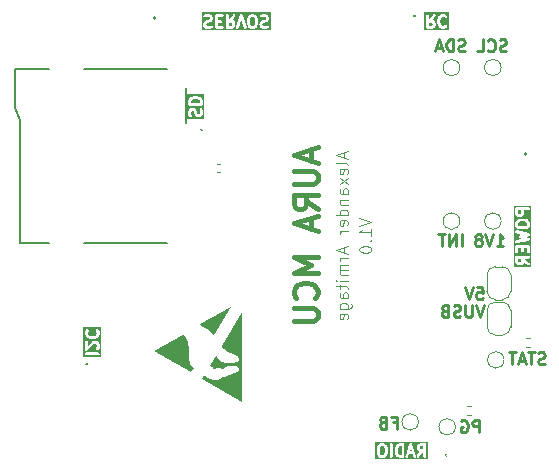
<source format=gbr>
%TF.GenerationSoftware,KiCad,Pcbnew,9.0.2*%
%TF.CreationDate,2025-07-12T22:56:41+01:00*%
%TF.ProjectId,MCU_AURA,4d43555f-4155-4524-912e-6b696361645f,rev?*%
%TF.SameCoordinates,Original*%
%TF.FileFunction,Legend,Bot*%
%TF.FilePolarity,Positive*%
%FSLAX46Y46*%
G04 Gerber Fmt 4.6, Leading zero omitted, Abs format (unit mm)*
G04 Created by KiCad (PCBNEW 9.0.2) date 2025-07-12 22:56:41*
%MOMM*%
%LPD*%
G01*
G04 APERTURE LIST*
%ADD10C,0.000000*%
%ADD11C,0.250000*%
%ADD12C,0.400000*%
%ADD13C,0.100000*%
%ADD14C,0.200000*%
%ADD15C,0.120000*%
G04 APERTURE END LIST*
D10*
G36*
X115965590Y-82494226D02*
G01*
X115965584Y-82494230D01*
X115965573Y-82494192D01*
X115965590Y-82494226D01*
G37*
G36*
X119537565Y-89042206D02*
G01*
X116134864Y-87077675D01*
X116134861Y-87077546D01*
X116297331Y-86809100D01*
X116297731Y-86808671D01*
X116298122Y-86808194D01*
X116298505Y-86807671D01*
X116298881Y-86807110D01*
X116299614Y-86805885D01*
X116300328Y-86804557D01*
X116303131Y-86798948D01*
X116303852Y-86797656D01*
X116304594Y-86796484D01*
X116304975Y-86795953D01*
X116305365Y-86795467D01*
X116305763Y-86795028D01*
X116306170Y-86794642D01*
X116306588Y-86794314D01*
X116307017Y-86794047D01*
X116307459Y-86793847D01*
X116307913Y-86793719D01*
X116308381Y-86793666D01*
X116308864Y-86793694D01*
X116309362Y-86793807D01*
X116309877Y-86794010D01*
X116350014Y-86825950D01*
X116391120Y-86856572D01*
X116433091Y-86885986D01*
X116475825Y-86914299D01*
X116519218Y-86941620D01*
X116563165Y-86968058D01*
X116607564Y-86993722D01*
X116652311Y-87018721D01*
X116741137Y-87066524D01*
X116786004Y-87089793D01*
X116831364Y-87112007D01*
X116877363Y-87132692D01*
X116900647Y-87142312D01*
X116924144Y-87151372D01*
X116947874Y-87159812D01*
X116971853Y-87167573D01*
X116996099Y-87174596D01*
X117020632Y-87180820D01*
X117040186Y-87185180D01*
X117059821Y-87188769D01*
X117079529Y-87191635D01*
X117099299Y-87193829D01*
X117119123Y-87195401D01*
X117138990Y-87196399D01*
X117158890Y-87196874D01*
X117178815Y-87196876D01*
X117218698Y-87195657D01*
X117258562Y-87193141D01*
X117298331Y-87189724D01*
X117337926Y-87185806D01*
X117477107Y-87172552D01*
X117494413Y-87170262D01*
X117511632Y-87167576D01*
X117528744Y-87164419D01*
X117545730Y-87160712D01*
X117562571Y-87156381D01*
X117579246Y-87151349D01*
X117595735Y-87145538D01*
X117612019Y-87138873D01*
X117618728Y-87135932D01*
X117625284Y-87132781D01*
X117631695Y-87129431D01*
X117637968Y-87125895D01*
X117650137Y-87118304D01*
X117661854Y-87110096D01*
X117673187Y-87101359D01*
X117684199Y-87092182D01*
X117694955Y-87082654D01*
X117705521Y-87072861D01*
X117747184Y-87032822D01*
X117757775Y-87023036D01*
X117768566Y-87013516D01*
X117779623Y-87004350D01*
X117791010Y-86995628D01*
X117799258Y-86989595D01*
X117807764Y-86984078D01*
X117816507Y-86979049D01*
X117825466Y-86974480D01*
X117834621Y-86970342D01*
X117843952Y-86966609D01*
X117853438Y-86963252D01*
X117863060Y-86960244D01*
X117872796Y-86957557D01*
X117882626Y-86955163D01*
X117892530Y-86953034D01*
X117902488Y-86951142D01*
X117922483Y-86947961D01*
X117942447Y-86945395D01*
X117958607Y-86943565D01*
X117974707Y-86941389D01*
X118006731Y-86936063D01*
X118038523Y-86929541D01*
X118070084Y-86921945D01*
X118101417Y-86913402D01*
X118132526Y-86904033D01*
X118163413Y-86893964D01*
X118194082Y-86883318D01*
X118423709Y-86800052D01*
X118538044Y-86757138D01*
X118594914Y-86734910D01*
X118651519Y-86711995D01*
X118839130Y-86634066D01*
X118886279Y-86615202D01*
X118933642Y-86596896D01*
X118981278Y-86579302D01*
X119029245Y-86562574D01*
X119042322Y-86557803D01*
X119055417Y-86552782D01*
X119068478Y-86547479D01*
X119081454Y-86541863D01*
X119094295Y-86535904D01*
X119106950Y-86529571D01*
X119119369Y-86522831D01*
X119131500Y-86515655D01*
X119143293Y-86508011D01*
X119154697Y-86499868D01*
X119165661Y-86491195D01*
X119176135Y-86481961D01*
X119186068Y-86472134D01*
X119195410Y-86461685D01*
X119199842Y-86456217D01*
X119204108Y-86450581D01*
X119208201Y-86444774D01*
X119212114Y-86438792D01*
X119217953Y-86429017D01*
X119223132Y-86418942D01*
X119227660Y-86408599D01*
X119231546Y-86398021D01*
X119234798Y-86387241D01*
X119237426Y-86376292D01*
X119239438Y-86365205D01*
X119240843Y-86354016D01*
X119241650Y-86342755D01*
X119241868Y-86331456D01*
X119241505Y-86320151D01*
X119240570Y-86308874D01*
X119239073Y-86297657D01*
X119237022Y-86286533D01*
X119234425Y-86275535D01*
X119231292Y-86264696D01*
X119223520Y-86242419D01*
X119214404Y-86220682D01*
X119204000Y-86199539D01*
X119192365Y-86179045D01*
X119179556Y-86159254D01*
X119165629Y-86140220D01*
X119150640Y-86121998D01*
X119134646Y-86104642D01*
X119117703Y-86088207D01*
X119099868Y-86072747D01*
X119081197Y-86058316D01*
X119061746Y-86044968D01*
X119041573Y-86032759D01*
X119020734Y-86021743D01*
X118999284Y-86011973D01*
X118977282Y-86003504D01*
X118957611Y-85997242D01*
X118937765Y-85991967D01*
X118917763Y-85987619D01*
X118897624Y-85984142D01*
X118877368Y-85981478D01*
X118857015Y-85979569D01*
X118836584Y-85978358D01*
X118816095Y-85977786D01*
X118795568Y-85977795D01*
X118775022Y-85978329D01*
X118733952Y-85980738D01*
X118693043Y-85984550D01*
X118652452Y-85989303D01*
X118466862Y-86012640D01*
X118420618Y-86019457D01*
X118374610Y-86027522D01*
X118328927Y-86037261D01*
X118306234Y-86042893D01*
X118283654Y-86049103D01*
X118258963Y-86056655D01*
X118234565Y-86065224D01*
X118210515Y-86074798D01*
X118186868Y-86085364D01*
X118163677Y-86096910D01*
X118140998Y-86109422D01*
X118118884Y-86122889D01*
X118097392Y-86137297D01*
X118076574Y-86152634D01*
X118056486Y-86168888D01*
X118037182Y-86186045D01*
X118018716Y-86204093D01*
X118001144Y-86223020D01*
X117984520Y-86242812D01*
X117968898Y-86263457D01*
X117954332Y-86284943D01*
X117952457Y-86285575D01*
X117950527Y-86286068D01*
X117948547Y-86286428D01*
X117946518Y-86286664D01*
X117944444Y-86286781D01*
X117942329Y-86286786D01*
X117937983Y-86286493D01*
X117933503Y-86285839D01*
X117928915Y-86284883D01*
X117924241Y-86283679D01*
X117919504Y-86282285D01*
X117900412Y-86275936D01*
X117895720Y-86274438D01*
X117891108Y-86273089D01*
X117886599Y-86271945D01*
X117882218Y-86271063D01*
X117866771Y-86266387D01*
X117851486Y-86261221D01*
X117836335Y-86255652D01*
X117821290Y-86249767D01*
X117761615Y-86224769D01*
X117731688Y-86212601D01*
X117716604Y-86206900D01*
X117701403Y-86201570D01*
X117686056Y-86196695D01*
X117670536Y-86192362D01*
X117654815Y-86188657D01*
X117638865Y-86185666D01*
X117620761Y-86183291D01*
X117602665Y-86181782D01*
X117584579Y-86181074D01*
X117566507Y-86181099D01*
X117548451Y-86181792D01*
X117530415Y-86183085D01*
X117512402Y-86184913D01*
X117494414Y-86187208D01*
X117458528Y-86192933D01*
X117422781Y-86199730D01*
X117351802Y-86214405D01*
X117330220Y-86219036D01*
X117319391Y-86221604D01*
X117308582Y-86224387D01*
X117297828Y-86227419D01*
X117287162Y-86230734D01*
X117276621Y-86234368D01*
X117266237Y-86238355D01*
X117256046Y-86242730D01*
X117246083Y-86247527D01*
X117236380Y-86252781D01*
X117226974Y-86258526D01*
X117217898Y-86264798D01*
X117209188Y-86271631D01*
X117200876Y-86279059D01*
X117192999Y-86287118D01*
X117191738Y-86287964D01*
X117190529Y-86288917D01*
X117189368Y-86289966D01*
X117188251Y-86291104D01*
X117187175Y-86292320D01*
X117186135Y-86293606D01*
X117184149Y-86296348D01*
X117182264Y-86299256D01*
X117180447Y-86302257D01*
X117176900Y-86308240D01*
X117175107Y-86311073D01*
X117173261Y-86313703D01*
X117172308Y-86314919D01*
X117171331Y-86316056D01*
X117170324Y-86317105D01*
X117169285Y-86318056D01*
X117168210Y-86318902D01*
X117167094Y-86319631D01*
X117165935Y-86320236D01*
X117164727Y-86320706D01*
X117163468Y-86321033D01*
X117162153Y-86321207D01*
X117160778Y-86321219D01*
X117159340Y-86321060D01*
X117155203Y-86319664D01*
X117151179Y-86318102D01*
X117147266Y-86316379D01*
X117143461Y-86314503D01*
X117139763Y-86312478D01*
X117136168Y-86310311D01*
X117129278Y-86305576D01*
X117122773Y-86300344D01*
X117116632Y-86294665D01*
X117110836Y-86288586D01*
X117105366Y-86282156D01*
X117100200Y-86275423D01*
X117095319Y-86268434D01*
X117090705Y-86261239D01*
X117086336Y-86253885D01*
X117082193Y-86246421D01*
X117078256Y-86238895D01*
X117070922Y-86223847D01*
X117067557Y-86216463D01*
X117064059Y-86209128D01*
X117060423Y-86201855D01*
X117056639Y-86194655D01*
X117052701Y-86187541D01*
X117048601Y-86180523D01*
X117044331Y-86173613D01*
X117039884Y-86166825D01*
X117035252Y-86160168D01*
X117030428Y-86153655D01*
X117025404Y-86147297D01*
X117020173Y-86141107D01*
X117014727Y-86135095D01*
X117009059Y-86129275D01*
X117003160Y-86123656D01*
X116997024Y-86118252D01*
X116985536Y-86108322D01*
X116973674Y-86098961D01*
X116961481Y-86090103D01*
X116948999Y-86081683D01*
X116936272Y-86073635D01*
X116923343Y-86065893D01*
X116897051Y-86051062D01*
X116843934Y-86022171D01*
X116817799Y-86007056D01*
X116804988Y-85999101D01*
X116792406Y-85990792D01*
X117291907Y-85165239D01*
X117293756Y-85164209D01*
X117295543Y-85163300D01*
X117297278Y-85162516D01*
X117298970Y-85161863D01*
X117300629Y-85161343D01*
X117302263Y-85160963D01*
X117303075Y-85160826D01*
X117303884Y-85160725D01*
X117304691Y-85160661D01*
X117305499Y-85160635D01*
X117306308Y-85160646D01*
X117307119Y-85160696D01*
X117307933Y-85160785D01*
X117308753Y-85160913D01*
X117309578Y-85161082D01*
X117310410Y-85161291D01*
X117311250Y-85161541D01*
X117312100Y-85161833D01*
X117312960Y-85162168D01*
X117313832Y-85162545D01*
X117315617Y-85163430D01*
X117317462Y-85164492D01*
X117319378Y-85165737D01*
X117326192Y-85170115D01*
X117332767Y-85174784D01*
X117339107Y-85179729D01*
X117345212Y-85184936D01*
X117351087Y-85190391D01*
X117356733Y-85196079D01*
X117362152Y-85201986D01*
X117367348Y-85208098D01*
X117372322Y-85214400D01*
X117377077Y-85220879D01*
X117381616Y-85227519D01*
X117385940Y-85234308D01*
X117390053Y-85241230D01*
X117393957Y-85248271D01*
X117397653Y-85255417D01*
X117401146Y-85262653D01*
X117408698Y-85277783D01*
X117416832Y-85292534D01*
X117425510Y-85306923D01*
X117434694Y-85320969D01*
X117444346Y-85334690D01*
X117454428Y-85348107D01*
X117464903Y-85361235D01*
X117475733Y-85374096D01*
X117486880Y-85386706D01*
X117498306Y-85399085D01*
X117509974Y-85411251D01*
X117521844Y-85423222D01*
X117546045Y-85446657D01*
X117570606Y-85469536D01*
X117592687Y-85489599D01*
X117614467Y-85510011D01*
X117657807Y-85551093D01*
X117679706Y-85571366D01*
X117701986Y-85591197D01*
X117713322Y-85600885D01*
X117724817Y-85610388D01*
X117736492Y-85619682D01*
X117748369Y-85628741D01*
X117761483Y-85638279D01*
X117774960Y-85647178D01*
X117788775Y-85655461D01*
X117802902Y-85663151D01*
X117817316Y-85670269D01*
X117831991Y-85676838D01*
X117846904Y-85682880D01*
X117862027Y-85688418D01*
X117877337Y-85693473D01*
X117892807Y-85698067D01*
X117908412Y-85702224D01*
X117924127Y-85705965D01*
X117939927Y-85709313D01*
X117955787Y-85712289D01*
X117987584Y-85717218D01*
X118030904Y-85722397D01*
X118074325Y-85726350D01*
X118117822Y-85729359D01*
X118161372Y-85731704D01*
X118248541Y-85735534D01*
X118292114Y-85737583D01*
X118335649Y-85740095D01*
X118528657Y-85749984D01*
X118576937Y-85751720D01*
X118625228Y-85752766D01*
X118673529Y-85752927D01*
X118721840Y-85752006D01*
X118745456Y-85751053D01*
X118769059Y-85749529D01*
X118792628Y-85747425D01*
X118816143Y-85744734D01*
X118839584Y-85741447D01*
X118862929Y-85737553D01*
X118886158Y-85733045D01*
X118909252Y-85727914D01*
X118932188Y-85722151D01*
X118954948Y-85715746D01*
X118977510Y-85708692D01*
X118999855Y-85700978D01*
X119021960Y-85692598D01*
X119043807Y-85683540D01*
X119065375Y-85673797D01*
X119086642Y-85663361D01*
X119104018Y-85654038D01*
X119121416Y-85644483D01*
X119138623Y-85634502D01*
X119147088Y-85629291D01*
X119155424Y-85623902D01*
X119163604Y-85618309D01*
X119171602Y-85612489D01*
X119179391Y-85606418D01*
X119186944Y-85600071D01*
X119194234Y-85593425D01*
X119201234Y-85586454D01*
X119207917Y-85579135D01*
X119214257Y-85571444D01*
X119218901Y-85565289D01*
X119223080Y-85558890D01*
X119226806Y-85552268D01*
X119230094Y-85545446D01*
X119232957Y-85538444D01*
X119235408Y-85531287D01*
X119237461Y-85523994D01*
X119239129Y-85516588D01*
X119240425Y-85509091D01*
X119241364Y-85501525D01*
X119241959Y-85493911D01*
X119242223Y-85486272D01*
X119242169Y-85478630D01*
X119241812Y-85471006D01*
X119241164Y-85463422D01*
X119240239Y-85455900D01*
X119233171Y-85408690D01*
X119229192Y-85385055D01*
X119224520Y-85361573D01*
X119221832Y-85349929D01*
X119218859Y-85338372D01*
X119215564Y-85326919D01*
X119211911Y-85315584D01*
X119207861Y-85304385D01*
X119203379Y-85293337D01*
X119198427Y-85282457D01*
X119192967Y-85271761D01*
X119185748Y-85259664D01*
X119177825Y-85248192D01*
X119169250Y-85237312D01*
X119160077Y-85226988D01*
X119150360Y-85217186D01*
X119140150Y-85207871D01*
X119129502Y-85199009D01*
X119118468Y-85190564D01*
X119107101Y-85182503D01*
X119095455Y-85174790D01*
X119083582Y-85167391D01*
X119071536Y-85160271D01*
X119047136Y-85146729D01*
X119022680Y-85133887D01*
X119009786Y-85127448D01*
X118997033Y-85120767D01*
X118971891Y-85106781D01*
X118947137Y-85092128D01*
X118922655Y-85077008D01*
X118874043Y-85046161D01*
X118849681Y-85030833D01*
X118825126Y-85015835D01*
X118803486Y-85003353D01*
X118781440Y-84991833D01*
X118759033Y-84981173D01*
X118736308Y-84971273D01*
X118713305Y-84962030D01*
X118690069Y-84953344D01*
X118643067Y-84937236D01*
X118548137Y-84907237D01*
X118500892Y-84891725D01*
X118454249Y-84874791D01*
X118436005Y-84867678D01*
X118418046Y-84860003D01*
X118400354Y-84851804D01*
X118382915Y-84843121D01*
X118365709Y-84833993D01*
X118348722Y-84824457D01*
X118331936Y-84814552D01*
X118315334Y-84804318D01*
X118282618Y-84783016D01*
X118250439Y-84760859D01*
X118218664Y-84738158D01*
X118187159Y-84715221D01*
X118157265Y-84693424D01*
X118126899Y-84672294D01*
X118065491Y-84630995D01*
X118034815Y-84610310D01*
X118004404Y-84589257D01*
X117974442Y-84567578D01*
X117945112Y-84545014D01*
X117932898Y-84535211D01*
X117920993Y-84525079D01*
X117909384Y-84514636D01*
X117898060Y-84503900D01*
X117887007Y-84492889D01*
X117876213Y-84481623D01*
X117865667Y-84470118D01*
X117855355Y-84458393D01*
X117845266Y-84446467D01*
X117835387Y-84434357D01*
X117816209Y-84409660D01*
X117797724Y-84384449D01*
X117779833Y-84358869D01*
X119537565Y-81453957D01*
X119537565Y-89042206D01*
G37*
G36*
X117115993Y-83411858D02*
G01*
X117083675Y-83369128D01*
X117050909Y-83326712D01*
X117017602Y-83284711D01*
X116983663Y-83243224D01*
X116949001Y-83202354D01*
X116913526Y-83162200D01*
X116877145Y-83122864D01*
X116839768Y-83084446D01*
X116800053Y-83046124D01*
X116779656Y-83027445D01*
X116758891Y-83009148D01*
X116737749Y-82991276D01*
X116716222Y-82973874D01*
X116694304Y-82956988D01*
X116671988Y-82940661D01*
X116649265Y-82924938D01*
X116626129Y-82909864D01*
X116602571Y-82895484D01*
X116578585Y-82881842D01*
X116554163Y-82868982D01*
X116529298Y-82856950D01*
X116503983Y-82845791D01*
X116478209Y-82835548D01*
X116315194Y-82777065D01*
X116274883Y-82761363D01*
X116254954Y-82753004D01*
X116235216Y-82744224D01*
X116215698Y-82734960D01*
X116196430Y-82725148D01*
X116177439Y-82714726D01*
X116158756Y-82703632D01*
X116143368Y-82694150D01*
X116128328Y-82684122D01*
X116113657Y-82673562D01*
X116099374Y-82662483D01*
X116085499Y-82650900D01*
X116072053Y-82638826D01*
X116059055Y-82626276D01*
X116046526Y-82613263D01*
X116034485Y-82599802D01*
X116022954Y-82585906D01*
X116011951Y-82571590D01*
X116001498Y-82556868D01*
X115991613Y-82541752D01*
X115982317Y-82526259D01*
X115973630Y-82510401D01*
X115965590Y-82494226D01*
X118587024Y-80980707D01*
X117115993Y-83411858D01*
G37*
G36*
X114504255Y-83371111D02*
G01*
X114528535Y-83390508D01*
X114552563Y-83410219D01*
X114576290Y-83430288D01*
X114599667Y-83450755D01*
X114622644Y-83471664D01*
X114645175Y-83493057D01*
X114667208Y-83514975D01*
X114682644Y-83530819D01*
X114697700Y-83547018D01*
X114712369Y-83563562D01*
X114726647Y-83580441D01*
X114740526Y-83597646D01*
X114754003Y-83615166D01*
X114767071Y-83632993D01*
X114779726Y-83651115D01*
X114791960Y-83669524D01*
X114803769Y-83688209D01*
X114815147Y-83707161D01*
X114826089Y-83726371D01*
X114836589Y-83745827D01*
X114846641Y-83765521D01*
X114856240Y-83785443D01*
X114865381Y-83805583D01*
X114879239Y-83837915D01*
X114892036Y-83870609D01*
X114903813Y-83903638D01*
X114914614Y-83936976D01*
X114924479Y-83970594D01*
X114933452Y-84004467D01*
X114941574Y-84038568D01*
X114948888Y-84072869D01*
X114961261Y-84141964D01*
X114970908Y-84211538D01*
X114978169Y-84281375D01*
X114983379Y-84351260D01*
X114986956Y-84421468D01*
X114989512Y-84491709D01*
X114992563Y-84632257D01*
X114994529Y-84772840D01*
X114997405Y-84913393D01*
X115000000Y-85000000D01*
X115003873Y-85086595D01*
X115009246Y-85173115D01*
X115016341Y-85259495D01*
X115025384Y-85345670D01*
X115036596Y-85431575D01*
X115050202Y-85517145D01*
X115066423Y-85602315D01*
X115081626Y-85671654D01*
X115089692Y-85706268D01*
X115098392Y-85740714D01*
X115107973Y-85774894D01*
X115118679Y-85808708D01*
X115124530Y-85825447D01*
X115130754Y-85842058D01*
X115137382Y-85858529D01*
X115144444Y-85874847D01*
X115149468Y-85885784D01*
X115154828Y-85896545D01*
X115160515Y-85907126D01*
X115166521Y-85917522D01*
X115172836Y-85927726D01*
X115179453Y-85937735D01*
X115186363Y-85947542D01*
X115193558Y-85957144D01*
X115201029Y-85966534D01*
X115208767Y-85975709D01*
X115216765Y-85984662D01*
X115225013Y-85993388D01*
X115233503Y-86001883D01*
X115242227Y-86010142D01*
X115251176Y-86018159D01*
X115260342Y-86025929D01*
X115283194Y-86044514D01*
X115306287Y-86062799D01*
X115329584Y-86080824D01*
X115353051Y-86098635D01*
X115400345Y-86133781D01*
X115447879Y-86168582D01*
X115218126Y-86548402D01*
X112080749Y-84737065D01*
X112080746Y-84737046D01*
X112080742Y-84737027D01*
X114479772Y-83351987D01*
X114504255Y-83371111D01*
G37*
D11*
X138097431Y-75864619D02*
X138097431Y-74864619D01*
X137621241Y-75864619D02*
X137621241Y-74864619D01*
X137621241Y-74864619D02*
X137049813Y-75864619D01*
X137049813Y-75864619D02*
X137049813Y-74864619D01*
X136716479Y-74864619D02*
X136145051Y-74864619D01*
X136430765Y-75864619D02*
X136430765Y-74864619D01*
X145145050Y-85817000D02*
X145002193Y-85864619D01*
X145002193Y-85864619D02*
X144764098Y-85864619D01*
X144764098Y-85864619D02*
X144668860Y-85817000D01*
X144668860Y-85817000D02*
X144621241Y-85769380D01*
X144621241Y-85769380D02*
X144573622Y-85674142D01*
X144573622Y-85674142D02*
X144573622Y-85578904D01*
X144573622Y-85578904D02*
X144621241Y-85483666D01*
X144621241Y-85483666D02*
X144668860Y-85436047D01*
X144668860Y-85436047D02*
X144764098Y-85388428D01*
X144764098Y-85388428D02*
X144954574Y-85340809D01*
X144954574Y-85340809D02*
X145049812Y-85293190D01*
X145049812Y-85293190D02*
X145097431Y-85245571D01*
X145097431Y-85245571D02*
X145145050Y-85150333D01*
X145145050Y-85150333D02*
X145145050Y-85055095D01*
X145145050Y-85055095D02*
X145097431Y-84959857D01*
X145097431Y-84959857D02*
X145049812Y-84912238D01*
X145049812Y-84912238D02*
X144954574Y-84864619D01*
X144954574Y-84864619D02*
X144716479Y-84864619D01*
X144716479Y-84864619D02*
X144573622Y-84912238D01*
X144287907Y-84864619D02*
X143716479Y-84864619D01*
X144002193Y-85864619D02*
X144002193Y-84864619D01*
X143430764Y-85578904D02*
X142954574Y-85578904D01*
X143526002Y-85864619D02*
X143192669Y-84864619D01*
X143192669Y-84864619D02*
X142859336Y-85864619D01*
X142668859Y-84864619D02*
X142097431Y-84864619D01*
X142383145Y-85864619D02*
X142383145Y-84864619D01*
X139597431Y-91614619D02*
X139597431Y-90614619D01*
X139597431Y-90614619D02*
X139216479Y-90614619D01*
X139216479Y-90614619D02*
X139121241Y-90662238D01*
X139121241Y-90662238D02*
X139073622Y-90709857D01*
X139073622Y-90709857D02*
X139026003Y-90805095D01*
X139026003Y-90805095D02*
X139026003Y-90947952D01*
X139026003Y-90947952D02*
X139073622Y-91043190D01*
X139073622Y-91043190D02*
X139121241Y-91090809D01*
X139121241Y-91090809D02*
X139216479Y-91138428D01*
X139216479Y-91138428D02*
X139597431Y-91138428D01*
X138073622Y-90662238D02*
X138168860Y-90614619D01*
X138168860Y-90614619D02*
X138311717Y-90614619D01*
X138311717Y-90614619D02*
X138454574Y-90662238D01*
X138454574Y-90662238D02*
X138549812Y-90757476D01*
X138549812Y-90757476D02*
X138597431Y-90852714D01*
X138597431Y-90852714D02*
X138645050Y-91043190D01*
X138645050Y-91043190D02*
X138645050Y-91186047D01*
X138645050Y-91186047D02*
X138597431Y-91376523D01*
X138597431Y-91376523D02*
X138549812Y-91471761D01*
X138549812Y-91471761D02*
X138454574Y-91567000D01*
X138454574Y-91567000D02*
X138311717Y-91614619D01*
X138311717Y-91614619D02*
X138216479Y-91614619D01*
X138216479Y-91614619D02*
X138073622Y-91567000D01*
X138073622Y-91567000D02*
X138026003Y-91519380D01*
X138026003Y-91519380D02*
X138026003Y-91186047D01*
X138026003Y-91186047D02*
X138216479Y-91186047D01*
X139371241Y-79364619D02*
X139847431Y-79364619D01*
X139847431Y-79364619D02*
X139895050Y-79840809D01*
X139895050Y-79840809D02*
X139847431Y-79793190D01*
X139847431Y-79793190D02*
X139752193Y-79745571D01*
X139752193Y-79745571D02*
X139514098Y-79745571D01*
X139514098Y-79745571D02*
X139418860Y-79793190D01*
X139418860Y-79793190D02*
X139371241Y-79840809D01*
X139371241Y-79840809D02*
X139323622Y-79936047D01*
X139323622Y-79936047D02*
X139323622Y-80174142D01*
X139323622Y-80174142D02*
X139371241Y-80269380D01*
X139371241Y-80269380D02*
X139418860Y-80317000D01*
X139418860Y-80317000D02*
X139514098Y-80364619D01*
X139514098Y-80364619D02*
X139752193Y-80364619D01*
X139752193Y-80364619D02*
X139847431Y-80317000D01*
X139847431Y-80317000D02*
X139895050Y-80269380D01*
X139037907Y-79364619D02*
X138704574Y-80364619D01*
X138704574Y-80364619D02*
X138371241Y-79364619D01*
D12*
X125333009Y-67666666D02*
X125333009Y-68619047D01*
X125904438Y-67476190D02*
X123904438Y-68142856D01*
X123904438Y-68142856D02*
X125904438Y-68809523D01*
X123904438Y-69476190D02*
X125523485Y-69476190D01*
X125523485Y-69476190D02*
X125713961Y-69571428D01*
X125713961Y-69571428D02*
X125809200Y-69666666D01*
X125809200Y-69666666D02*
X125904438Y-69857142D01*
X125904438Y-69857142D02*
X125904438Y-70238095D01*
X125904438Y-70238095D02*
X125809200Y-70428571D01*
X125809200Y-70428571D02*
X125713961Y-70523809D01*
X125713961Y-70523809D02*
X125523485Y-70619047D01*
X125523485Y-70619047D02*
X123904438Y-70619047D01*
X125904438Y-72714285D02*
X124952057Y-72047618D01*
X125904438Y-71571428D02*
X123904438Y-71571428D01*
X123904438Y-71571428D02*
X123904438Y-72333333D01*
X123904438Y-72333333D02*
X123999676Y-72523809D01*
X123999676Y-72523809D02*
X124094914Y-72619047D01*
X124094914Y-72619047D02*
X124285390Y-72714285D01*
X124285390Y-72714285D02*
X124571104Y-72714285D01*
X124571104Y-72714285D02*
X124761580Y-72619047D01*
X124761580Y-72619047D02*
X124856819Y-72523809D01*
X124856819Y-72523809D02*
X124952057Y-72333333D01*
X124952057Y-72333333D02*
X124952057Y-71571428D01*
X125333009Y-73476190D02*
X125333009Y-74428571D01*
X125904438Y-73285714D02*
X123904438Y-73952380D01*
X123904438Y-73952380D02*
X125904438Y-74619047D01*
X125904438Y-76809524D02*
X123904438Y-76809524D01*
X123904438Y-76809524D02*
X125333009Y-77476191D01*
X125333009Y-77476191D02*
X123904438Y-78142857D01*
X123904438Y-78142857D02*
X125904438Y-78142857D01*
X125713961Y-80238095D02*
X125809200Y-80142857D01*
X125809200Y-80142857D02*
X125904438Y-79857143D01*
X125904438Y-79857143D02*
X125904438Y-79666667D01*
X125904438Y-79666667D02*
X125809200Y-79380952D01*
X125809200Y-79380952D02*
X125618723Y-79190476D01*
X125618723Y-79190476D02*
X125428247Y-79095238D01*
X125428247Y-79095238D02*
X125047295Y-79000000D01*
X125047295Y-79000000D02*
X124761580Y-79000000D01*
X124761580Y-79000000D02*
X124380628Y-79095238D01*
X124380628Y-79095238D02*
X124190152Y-79190476D01*
X124190152Y-79190476D02*
X123999676Y-79380952D01*
X123999676Y-79380952D02*
X123904438Y-79666667D01*
X123904438Y-79666667D02*
X123904438Y-79857143D01*
X123904438Y-79857143D02*
X123999676Y-80142857D01*
X123999676Y-80142857D02*
X124094914Y-80238095D01*
X123904438Y-81095238D02*
X125523485Y-81095238D01*
X125523485Y-81095238D02*
X125713961Y-81190476D01*
X125713961Y-81190476D02*
X125809200Y-81285714D01*
X125809200Y-81285714D02*
X125904438Y-81476190D01*
X125904438Y-81476190D02*
X125904438Y-81857143D01*
X125904438Y-81857143D02*
X125809200Y-82047619D01*
X125809200Y-82047619D02*
X125713961Y-82142857D01*
X125713961Y-82142857D02*
X125523485Y-82238095D01*
X125523485Y-82238095D02*
X123904438Y-82238095D01*
D13*
X129457419Y-73476191D02*
X130457419Y-73809524D01*
X130457419Y-73809524D02*
X129457419Y-74142857D01*
X130457419Y-75000000D02*
X130457419Y-74428572D01*
X130457419Y-74714286D02*
X129457419Y-74714286D01*
X129457419Y-74714286D02*
X129600276Y-74619048D01*
X129600276Y-74619048D02*
X129695514Y-74523810D01*
X129695514Y-74523810D02*
X129743133Y-74428572D01*
X130362180Y-75428572D02*
X130409800Y-75476191D01*
X130409800Y-75476191D02*
X130457419Y-75428572D01*
X130457419Y-75428572D02*
X130409800Y-75380953D01*
X130409800Y-75380953D02*
X130362180Y-75428572D01*
X130362180Y-75428572D02*
X130457419Y-75428572D01*
X129457419Y-76095238D02*
X129457419Y-76190476D01*
X129457419Y-76190476D02*
X129505038Y-76285714D01*
X129505038Y-76285714D02*
X129552657Y-76333333D01*
X129552657Y-76333333D02*
X129647895Y-76380952D01*
X129647895Y-76380952D02*
X129838371Y-76428571D01*
X129838371Y-76428571D02*
X130076466Y-76428571D01*
X130076466Y-76428571D02*
X130266942Y-76380952D01*
X130266942Y-76380952D02*
X130362180Y-76333333D01*
X130362180Y-76333333D02*
X130409800Y-76285714D01*
X130409800Y-76285714D02*
X130457419Y-76190476D01*
X130457419Y-76190476D02*
X130457419Y-76095238D01*
X130457419Y-76095238D02*
X130409800Y-76000000D01*
X130409800Y-76000000D02*
X130362180Y-75952381D01*
X130362180Y-75952381D02*
X130266942Y-75904762D01*
X130266942Y-75904762D02*
X130076466Y-75857143D01*
X130076466Y-75857143D02*
X129838371Y-75857143D01*
X129838371Y-75857143D02*
X129647895Y-75904762D01*
X129647895Y-75904762D02*
X129552657Y-75952381D01*
X129552657Y-75952381D02*
X129505038Y-76000000D01*
X129505038Y-76000000D02*
X129457419Y-76095238D01*
D11*
X141073622Y-75864619D02*
X141645050Y-75864619D01*
X141359336Y-75864619D02*
X141359336Y-74864619D01*
X141359336Y-74864619D02*
X141454574Y-75007476D01*
X141454574Y-75007476D02*
X141549812Y-75102714D01*
X141549812Y-75102714D02*
X141645050Y-75150333D01*
X140787907Y-74864619D02*
X140454574Y-75864619D01*
X140454574Y-75864619D02*
X140121241Y-74864619D01*
X139645050Y-75293190D02*
X139740288Y-75245571D01*
X139740288Y-75245571D02*
X139787907Y-75197952D01*
X139787907Y-75197952D02*
X139835526Y-75102714D01*
X139835526Y-75102714D02*
X139835526Y-75055095D01*
X139835526Y-75055095D02*
X139787907Y-74959857D01*
X139787907Y-74959857D02*
X139740288Y-74912238D01*
X139740288Y-74912238D02*
X139645050Y-74864619D01*
X139645050Y-74864619D02*
X139454574Y-74864619D01*
X139454574Y-74864619D02*
X139359336Y-74912238D01*
X139359336Y-74912238D02*
X139311717Y-74959857D01*
X139311717Y-74959857D02*
X139264098Y-75055095D01*
X139264098Y-75055095D02*
X139264098Y-75102714D01*
X139264098Y-75102714D02*
X139311717Y-75197952D01*
X139311717Y-75197952D02*
X139359336Y-75245571D01*
X139359336Y-75245571D02*
X139454574Y-75293190D01*
X139454574Y-75293190D02*
X139645050Y-75293190D01*
X139645050Y-75293190D02*
X139740288Y-75340809D01*
X139740288Y-75340809D02*
X139787907Y-75388428D01*
X139787907Y-75388428D02*
X139835526Y-75483666D01*
X139835526Y-75483666D02*
X139835526Y-75674142D01*
X139835526Y-75674142D02*
X139787907Y-75769380D01*
X139787907Y-75769380D02*
X139740288Y-75817000D01*
X139740288Y-75817000D02*
X139645050Y-75864619D01*
X139645050Y-75864619D02*
X139454574Y-75864619D01*
X139454574Y-75864619D02*
X139359336Y-75817000D01*
X139359336Y-75817000D02*
X139311717Y-75769380D01*
X139311717Y-75769380D02*
X139264098Y-75674142D01*
X139264098Y-75674142D02*
X139264098Y-75483666D01*
X139264098Y-75483666D02*
X139311717Y-75388428D01*
X139311717Y-75388428D02*
X139359336Y-75340809D01*
X139359336Y-75340809D02*
X139454574Y-75293190D01*
X132264098Y-90790809D02*
X132597431Y-90790809D01*
X132597431Y-91314619D02*
X132597431Y-90314619D01*
X132597431Y-90314619D02*
X132121241Y-90314619D01*
X131406955Y-90790809D02*
X131264098Y-90838428D01*
X131264098Y-90838428D02*
X131216479Y-90886047D01*
X131216479Y-90886047D02*
X131168860Y-90981285D01*
X131168860Y-90981285D02*
X131168860Y-91124142D01*
X131168860Y-91124142D02*
X131216479Y-91219380D01*
X131216479Y-91219380D02*
X131264098Y-91267000D01*
X131264098Y-91267000D02*
X131359336Y-91314619D01*
X131359336Y-91314619D02*
X131740288Y-91314619D01*
X131740288Y-91314619D02*
X131740288Y-90314619D01*
X131740288Y-90314619D02*
X131406955Y-90314619D01*
X131406955Y-90314619D02*
X131311717Y-90362238D01*
X131311717Y-90362238D02*
X131264098Y-90409857D01*
X131264098Y-90409857D02*
X131216479Y-90505095D01*
X131216479Y-90505095D02*
X131216479Y-90600333D01*
X131216479Y-90600333D02*
X131264098Y-90695571D01*
X131264098Y-90695571D02*
X131311717Y-90743190D01*
X131311717Y-90743190D02*
X131406955Y-90790809D01*
X131406955Y-90790809D02*
X131740288Y-90790809D01*
G36*
X118661856Y-56961921D02*
G01*
X118680788Y-56980854D01*
X118706139Y-57031555D01*
X118706139Y-57115395D01*
X118680788Y-57166096D01*
X118661856Y-57185029D01*
X118611155Y-57210380D01*
X118384711Y-57210380D01*
X118384711Y-56936571D01*
X118611155Y-56936571D01*
X118661856Y-56961921D01*
G37*
G36*
X120518999Y-56485731D02*
G01*
X120575411Y-56542143D01*
X120610901Y-56684103D01*
X120610901Y-56986658D01*
X120575411Y-57128618D01*
X120519000Y-57185029D01*
X120468298Y-57210380D01*
X120336839Y-57210380D01*
X120286135Y-57185028D01*
X120229725Y-57128618D01*
X120194235Y-56986658D01*
X120194235Y-56684103D01*
X120229725Y-56542143D01*
X120286135Y-56485732D01*
X120336840Y-56460380D01*
X120468297Y-56460380D01*
X120518999Y-56485731D01*
G37*
G36*
X121938282Y-57585380D02*
G01*
X116104949Y-57585380D01*
X116104949Y-57049666D01*
X116229949Y-57049666D01*
X116229949Y-57144904D01*
X116232351Y-57169290D01*
X116234069Y-57173438D01*
X116234388Y-57177920D01*
X116243146Y-57200806D01*
X116290764Y-57296043D01*
X116297373Y-57306541D01*
X116298635Y-57309588D01*
X116301450Y-57313019D01*
X116303819Y-57316781D01*
X116306313Y-57318944D01*
X116314180Y-57328530D01*
X116361798Y-57376149D01*
X116371386Y-57384018D01*
X116373548Y-57386510D01*
X116377305Y-57388875D01*
X116380740Y-57391694D01*
X116383790Y-57392957D01*
X116394285Y-57399564D01*
X116489523Y-57447183D01*
X116512409Y-57455941D01*
X116516889Y-57456259D01*
X116521039Y-57457978D01*
X116545425Y-57460380D01*
X116783520Y-57460380D01*
X116795863Y-57459164D01*
X116799154Y-57459398D01*
X116803483Y-57458413D01*
X116807906Y-57457978D01*
X116810957Y-57456714D01*
X116823048Y-57453965D01*
X116965905Y-57406347D01*
X116988280Y-57396356D01*
X117025126Y-57364401D01*
X117046938Y-57320777D01*
X117050395Y-57272127D01*
X117034972Y-57225858D01*
X117003016Y-57189012D01*
X116959392Y-57167200D01*
X116910742Y-57163743D01*
X116886848Y-57169176D01*
X116763237Y-57210380D01*
X116574934Y-57210380D01*
X116524232Y-57185029D01*
X116505299Y-57166097D01*
X116479949Y-57115396D01*
X116479949Y-57079174D01*
X116505299Y-57028472D01*
X116524232Y-57009540D01*
X116589053Y-56977130D01*
X116766218Y-56932839D01*
X116768017Y-56932195D01*
X116768917Y-56932132D01*
X116779063Y-56928249D01*
X116789293Y-56924594D01*
X116790017Y-56924057D01*
X116791803Y-56923374D01*
X116887040Y-56875756D01*
X116897538Y-56869146D01*
X116900585Y-56867885D01*
X116904016Y-56865069D01*
X116907778Y-56862701D01*
X116909941Y-56860206D01*
X116919527Y-56852340D01*
X116967146Y-56804722D01*
X116975015Y-56795133D01*
X116977507Y-56792972D01*
X116979872Y-56789214D01*
X116982691Y-56785780D01*
X116983954Y-56782729D01*
X116990561Y-56772235D01*
X117038180Y-56676997D01*
X117046938Y-56654111D01*
X117047256Y-56649630D01*
X117048975Y-56645481D01*
X117051377Y-56621095D01*
X117051377Y-56525857D01*
X117048975Y-56501471D01*
X117047256Y-56497321D01*
X117046938Y-56492841D01*
X117038180Y-56469955D01*
X116990561Y-56374717D01*
X116983954Y-56364222D01*
X116982691Y-56361172D01*
X116979872Y-56357737D01*
X116977507Y-56353980D01*
X116975015Y-56351818D01*
X116967146Y-56342230D01*
X116960296Y-56335380D01*
X117229949Y-56335380D01*
X117229949Y-57335380D01*
X117232351Y-57359766D01*
X117251015Y-57404826D01*
X117285503Y-57439314D01*
X117330563Y-57457978D01*
X117354949Y-57460380D01*
X117831139Y-57460380D01*
X117855525Y-57457978D01*
X117900585Y-57439314D01*
X117935073Y-57404826D01*
X117953737Y-57359766D01*
X117953737Y-57310994D01*
X117935073Y-57265934D01*
X117900585Y-57231446D01*
X117855525Y-57212782D01*
X117831139Y-57210380D01*
X117479949Y-57210380D01*
X117479949Y-56984190D01*
X117688282Y-56984190D01*
X117712668Y-56981788D01*
X117757728Y-56963124D01*
X117792216Y-56928636D01*
X117810880Y-56883576D01*
X117810880Y-56834804D01*
X117792216Y-56789744D01*
X117757728Y-56755256D01*
X117712668Y-56736592D01*
X117688282Y-56734190D01*
X117479949Y-56734190D01*
X117479949Y-56460380D01*
X117831139Y-56460380D01*
X117855525Y-56457978D01*
X117900585Y-56439314D01*
X117935073Y-56404826D01*
X117953737Y-56359766D01*
X117953737Y-56335380D01*
X118134711Y-56335380D01*
X118134711Y-57335380D01*
X118137113Y-57359766D01*
X118155777Y-57404826D01*
X118190265Y-57439314D01*
X118235325Y-57457978D01*
X118259711Y-57460380D01*
X118640663Y-57460380D01*
X118665049Y-57457978D01*
X118669197Y-57456259D01*
X118673679Y-57455941D01*
X118696565Y-57447183D01*
X118791802Y-57399565D01*
X118802300Y-57392955D01*
X118805347Y-57391694D01*
X118808778Y-57388878D01*
X118812540Y-57386510D01*
X118814703Y-57384015D01*
X118824289Y-57376149D01*
X118871908Y-57328531D01*
X118879117Y-57319746D01*
X118992836Y-57319746D01*
X118996293Y-57368395D01*
X119018105Y-57412020D01*
X119054951Y-57443975D01*
X119101220Y-57459398D01*
X119149869Y-57455941D01*
X119193494Y-57434129D01*
X119225449Y-57397283D01*
X119235439Y-57374908D01*
X119450186Y-56730664D01*
X119664934Y-57374908D01*
X119674925Y-57397283D01*
X119706880Y-57434129D01*
X119750504Y-57455941D01*
X119799154Y-57459398D01*
X119845423Y-57443975D01*
X119882269Y-57412019D01*
X119904081Y-57368395D01*
X119907538Y-57319745D01*
X119902105Y-57295851D01*
X119693059Y-56668714D01*
X119944235Y-56668714D01*
X119944235Y-57002047D01*
X119944654Y-57006301D01*
X119944383Y-57008123D01*
X119945732Y-57017251D01*
X119946637Y-57026433D01*
X119947341Y-57028134D01*
X119947967Y-57032364D01*
X119995586Y-57222840D01*
X120003831Y-57245915D01*
X120009364Y-57253383D01*
X120012921Y-57261969D01*
X120028466Y-57280911D01*
X120123704Y-57376149D01*
X120133289Y-57384015D01*
X120135453Y-57386510D01*
X120139214Y-57388877D01*
X120142646Y-57391694D01*
X120145693Y-57392956D01*
X120156190Y-57399564D01*
X120251428Y-57447183D01*
X120274314Y-57455941D01*
X120278794Y-57456259D01*
X120282944Y-57457978D01*
X120307330Y-57460380D01*
X120497806Y-57460380D01*
X120522192Y-57457978D01*
X120526340Y-57456259D01*
X120530822Y-57455941D01*
X120553708Y-57447183D01*
X120648945Y-57399565D01*
X120659443Y-57392955D01*
X120662490Y-57391694D01*
X120665921Y-57388878D01*
X120669683Y-57386510D01*
X120671846Y-57384015D01*
X120681432Y-57376149D01*
X120776670Y-57280911D01*
X120792215Y-57261969D01*
X120795771Y-57253383D01*
X120801305Y-57245915D01*
X120809550Y-57222840D01*
X120852844Y-57049666D01*
X120991854Y-57049666D01*
X120991854Y-57144904D01*
X120994256Y-57169290D01*
X120995974Y-57173438D01*
X120996293Y-57177920D01*
X121005051Y-57200806D01*
X121052669Y-57296043D01*
X121059278Y-57306541D01*
X121060540Y-57309588D01*
X121063355Y-57313019D01*
X121065724Y-57316781D01*
X121068218Y-57318944D01*
X121076085Y-57328530D01*
X121123703Y-57376149D01*
X121133291Y-57384018D01*
X121135453Y-57386510D01*
X121139210Y-57388875D01*
X121142645Y-57391694D01*
X121145695Y-57392957D01*
X121156190Y-57399564D01*
X121251428Y-57447183D01*
X121274314Y-57455941D01*
X121278794Y-57456259D01*
X121282944Y-57457978D01*
X121307330Y-57460380D01*
X121545425Y-57460380D01*
X121557768Y-57459164D01*
X121561059Y-57459398D01*
X121565388Y-57458413D01*
X121569811Y-57457978D01*
X121572862Y-57456714D01*
X121584953Y-57453965D01*
X121727810Y-57406347D01*
X121750185Y-57396356D01*
X121787031Y-57364401D01*
X121808843Y-57320777D01*
X121812300Y-57272127D01*
X121796877Y-57225858D01*
X121764921Y-57189012D01*
X121721297Y-57167200D01*
X121672647Y-57163743D01*
X121648753Y-57169176D01*
X121525142Y-57210380D01*
X121336839Y-57210380D01*
X121286137Y-57185029D01*
X121267204Y-57166097D01*
X121241854Y-57115396D01*
X121241854Y-57079174D01*
X121267204Y-57028472D01*
X121286137Y-57009540D01*
X121350958Y-56977130D01*
X121528123Y-56932839D01*
X121529922Y-56932195D01*
X121530822Y-56932132D01*
X121540968Y-56928249D01*
X121551198Y-56924594D01*
X121551922Y-56924057D01*
X121553708Y-56923374D01*
X121648945Y-56875756D01*
X121659443Y-56869146D01*
X121662490Y-56867885D01*
X121665921Y-56865069D01*
X121669683Y-56862701D01*
X121671846Y-56860206D01*
X121681432Y-56852340D01*
X121729051Y-56804722D01*
X121736920Y-56795133D01*
X121739412Y-56792972D01*
X121741777Y-56789214D01*
X121744596Y-56785780D01*
X121745859Y-56782729D01*
X121752466Y-56772235D01*
X121800085Y-56676997D01*
X121808843Y-56654111D01*
X121809161Y-56649630D01*
X121810880Y-56645481D01*
X121813282Y-56621095D01*
X121813282Y-56525857D01*
X121810880Y-56501471D01*
X121809161Y-56497321D01*
X121808843Y-56492841D01*
X121800085Y-56469955D01*
X121752466Y-56374717D01*
X121745859Y-56364222D01*
X121744596Y-56361172D01*
X121741777Y-56357737D01*
X121739412Y-56353980D01*
X121736920Y-56351818D01*
X121729051Y-56342230D01*
X121681432Y-56294612D01*
X121671847Y-56286746D01*
X121669684Y-56284252D01*
X121665922Y-56281884D01*
X121662490Y-56279067D01*
X121659443Y-56277804D01*
X121648947Y-56271197D01*
X121553709Y-56223577D01*
X121530823Y-56214820D01*
X121526343Y-56214501D01*
X121522192Y-56212782D01*
X121497806Y-56210380D01*
X121259711Y-56210380D01*
X121247367Y-56211595D01*
X121244076Y-56211362D01*
X121239746Y-56212346D01*
X121235325Y-56212782D01*
X121232275Y-56214045D01*
X121220182Y-56216795D01*
X121077325Y-56264415D01*
X121054950Y-56274405D01*
X121018104Y-56306361D01*
X120996293Y-56349985D01*
X120992836Y-56398635D01*
X121008259Y-56444904D01*
X121040215Y-56481750D01*
X121083839Y-56503561D01*
X121132489Y-56507018D01*
X121156383Y-56501585D01*
X121279995Y-56460380D01*
X121468297Y-56460380D01*
X121518999Y-56485731D01*
X121537931Y-56504664D01*
X121563282Y-56555365D01*
X121563282Y-56591586D01*
X121537931Y-56642287D01*
X121518999Y-56661220D01*
X121454179Y-56693630D01*
X121277013Y-56737922D01*
X121275213Y-56738565D01*
X121274314Y-56738629D01*
X121264167Y-56742511D01*
X121253938Y-56746167D01*
X121253213Y-56746703D01*
X121251428Y-56747387D01*
X121156190Y-56795006D01*
X121145695Y-56801612D01*
X121142645Y-56802876D01*
X121139210Y-56805694D01*
X121135453Y-56808060D01*
X121133291Y-56810551D01*
X121123703Y-56818421D01*
X121076085Y-56866040D01*
X121068218Y-56875625D01*
X121065724Y-56877789D01*
X121063355Y-56881550D01*
X121060540Y-56884982D01*
X121059278Y-56888028D01*
X121052669Y-56898527D01*
X121005051Y-56993764D01*
X120996293Y-57016650D01*
X120995974Y-57021131D01*
X120994256Y-57025280D01*
X120991854Y-57049666D01*
X120852844Y-57049666D01*
X120857169Y-57032364D01*
X120857794Y-57028134D01*
X120858499Y-57026433D01*
X120859403Y-57017253D01*
X120860753Y-57008124D01*
X120860481Y-57006301D01*
X120860901Y-57002047D01*
X120860901Y-56668714D01*
X120860481Y-56664459D01*
X120860753Y-56662637D01*
X120859403Y-56653507D01*
X120858499Y-56644328D01*
X120857794Y-56642626D01*
X120857169Y-56638397D01*
X120809550Y-56447921D01*
X120801305Y-56424846D01*
X120795771Y-56417377D01*
X120792215Y-56408792D01*
X120776670Y-56389850D01*
X120681432Y-56294612D01*
X120671847Y-56286746D01*
X120669684Y-56284252D01*
X120665922Y-56281884D01*
X120662490Y-56279067D01*
X120659443Y-56277804D01*
X120648947Y-56271197D01*
X120553709Y-56223577D01*
X120530823Y-56214820D01*
X120526343Y-56214501D01*
X120522192Y-56212782D01*
X120497806Y-56210380D01*
X120307330Y-56210380D01*
X120282944Y-56212782D01*
X120278795Y-56214500D01*
X120274313Y-56214819D01*
X120251428Y-56223577D01*
X120156189Y-56271197D01*
X120145690Y-56277805D01*
X120142646Y-56279067D01*
X120139217Y-56281880D01*
X120135452Y-56284251D01*
X120133286Y-56286748D01*
X120123704Y-56294612D01*
X120028466Y-56389850D01*
X120012921Y-56408792D01*
X120009364Y-56417377D01*
X120003831Y-56424846D01*
X119995586Y-56447921D01*
X119947967Y-56638397D01*
X119947341Y-56642626D01*
X119946637Y-56644328D01*
X119945732Y-56653509D01*
X119944383Y-56662638D01*
X119944654Y-56664459D01*
X119944235Y-56668714D01*
X119693059Y-56668714D01*
X119568772Y-56295852D01*
X119558782Y-56273477D01*
X119552930Y-56266729D01*
X119548936Y-56258741D01*
X119537098Y-56248474D01*
X119526827Y-56236631D01*
X119518835Y-56232635D01*
X119512090Y-56226785D01*
X119497222Y-56221829D01*
X119483202Y-56214819D01*
X119474292Y-56214185D01*
X119465821Y-56211362D01*
X119450186Y-56212472D01*
X119434553Y-56211362D01*
X119426081Y-56214185D01*
X119417171Y-56214819D01*
X119403149Y-56221830D01*
X119388284Y-56226785D01*
X119381538Y-56232635D01*
X119373547Y-56236631D01*
X119363278Y-56248471D01*
X119351438Y-56258740D01*
X119347442Y-56266730D01*
X119341592Y-56273477D01*
X119331601Y-56295852D01*
X118998269Y-57295852D01*
X118992836Y-57319746D01*
X118879117Y-57319746D01*
X118879777Y-57318942D01*
X118882269Y-57316781D01*
X118884634Y-57313023D01*
X118887453Y-57309589D01*
X118888716Y-57306538D01*
X118895323Y-57296044D01*
X118942942Y-57200806D01*
X118951700Y-57177920D01*
X118952018Y-57173439D01*
X118953737Y-57169290D01*
X118956139Y-57144904D01*
X118956139Y-57002047D01*
X118953737Y-56977661D01*
X118952018Y-56973511D01*
X118951700Y-56969031D01*
X118942942Y-56946145D01*
X118895323Y-56850907D01*
X118888716Y-56840412D01*
X118887453Y-56837362D01*
X118884634Y-56833927D01*
X118882269Y-56830170D01*
X118879777Y-56828008D01*
X118871908Y-56818420D01*
X118824289Y-56770802D01*
X118814703Y-56762935D01*
X118812540Y-56760441D01*
X118808778Y-56758072D01*
X118805347Y-56755257D01*
X118802300Y-56753995D01*
X118791802Y-56747386D01*
X118720331Y-56711651D01*
X118933543Y-56407063D01*
X118945560Y-56385707D01*
X118956110Y-56338090D01*
X118947634Y-56290058D01*
X118921422Y-56248928D01*
X118881467Y-56220959D01*
X118833849Y-56210409D01*
X118785818Y-56218885D01*
X118744687Y-56245097D01*
X118728735Y-56263697D01*
X118432724Y-56686571D01*
X118384711Y-56686571D01*
X118384711Y-56335380D01*
X118382309Y-56310994D01*
X118363645Y-56265934D01*
X118329157Y-56231446D01*
X118284097Y-56212782D01*
X118235325Y-56212782D01*
X118190265Y-56231446D01*
X118155777Y-56265934D01*
X118137113Y-56310994D01*
X118134711Y-56335380D01*
X117953737Y-56335380D01*
X117953737Y-56310994D01*
X117935073Y-56265934D01*
X117900585Y-56231446D01*
X117855525Y-56212782D01*
X117831139Y-56210380D01*
X117354949Y-56210380D01*
X117330563Y-56212782D01*
X117285503Y-56231446D01*
X117251015Y-56265934D01*
X117232351Y-56310994D01*
X117229949Y-56335380D01*
X116960296Y-56335380D01*
X116919527Y-56294612D01*
X116909942Y-56286746D01*
X116907779Y-56284252D01*
X116904017Y-56281884D01*
X116900585Y-56279067D01*
X116897538Y-56277804D01*
X116887042Y-56271197D01*
X116791804Y-56223577D01*
X116768918Y-56214820D01*
X116764438Y-56214501D01*
X116760287Y-56212782D01*
X116735901Y-56210380D01*
X116497806Y-56210380D01*
X116485462Y-56211595D01*
X116482171Y-56211362D01*
X116477841Y-56212346D01*
X116473420Y-56212782D01*
X116470370Y-56214045D01*
X116458277Y-56216795D01*
X116315420Y-56264415D01*
X116293045Y-56274405D01*
X116256199Y-56306361D01*
X116234388Y-56349985D01*
X116230931Y-56398635D01*
X116246354Y-56444904D01*
X116278310Y-56481750D01*
X116321934Y-56503561D01*
X116370584Y-56507018D01*
X116394478Y-56501585D01*
X116518090Y-56460380D01*
X116706392Y-56460380D01*
X116757094Y-56485731D01*
X116776026Y-56504664D01*
X116801377Y-56555365D01*
X116801377Y-56591586D01*
X116776026Y-56642287D01*
X116757094Y-56661220D01*
X116692274Y-56693630D01*
X116515108Y-56737922D01*
X116513308Y-56738565D01*
X116512409Y-56738629D01*
X116502262Y-56742511D01*
X116492033Y-56746167D01*
X116491308Y-56746703D01*
X116489523Y-56747387D01*
X116394285Y-56795006D01*
X116383790Y-56801612D01*
X116380740Y-56802876D01*
X116377305Y-56805694D01*
X116373548Y-56808060D01*
X116371386Y-56810551D01*
X116361798Y-56818421D01*
X116314180Y-56866040D01*
X116306313Y-56875625D01*
X116303819Y-56877789D01*
X116301450Y-56881550D01*
X116298635Y-56884982D01*
X116297373Y-56888028D01*
X116290764Y-56898527D01*
X116243146Y-56993764D01*
X116234388Y-57016650D01*
X116234069Y-57021131D01*
X116232351Y-57025280D01*
X116229949Y-57049666D01*
X116104949Y-57049666D01*
X116104949Y-56085380D01*
X121938282Y-56085380D01*
X121938282Y-57585380D01*
G37*
G36*
X135604713Y-56961921D02*
G01*
X135623645Y-56980854D01*
X135648996Y-57031555D01*
X135648996Y-57115395D01*
X135623645Y-57166096D01*
X135604713Y-57185029D01*
X135554012Y-57210380D01*
X135327568Y-57210380D01*
X135327568Y-56936571D01*
X135554012Y-56936571D01*
X135604713Y-56961921D01*
G37*
G36*
X137021594Y-57585380D02*
G01*
X134952568Y-57585380D01*
X134952568Y-56335380D01*
X135077568Y-56335380D01*
X135077568Y-57335380D01*
X135079970Y-57359766D01*
X135098634Y-57404826D01*
X135133122Y-57439314D01*
X135178182Y-57457978D01*
X135202568Y-57460380D01*
X135583520Y-57460380D01*
X135607906Y-57457978D01*
X135612054Y-57456259D01*
X135616536Y-57455941D01*
X135639422Y-57447183D01*
X135734659Y-57399565D01*
X135745157Y-57392955D01*
X135748204Y-57391694D01*
X135751635Y-57388878D01*
X135755397Y-57386510D01*
X135757560Y-57384015D01*
X135767146Y-57376149D01*
X135814765Y-57328531D01*
X135822634Y-57318942D01*
X135825126Y-57316781D01*
X135827491Y-57313023D01*
X135830310Y-57309589D01*
X135831573Y-57306538D01*
X135838180Y-57296044D01*
X135885799Y-57200806D01*
X135894557Y-57177920D01*
X135894875Y-57173439D01*
X135896594Y-57169290D01*
X135898996Y-57144904D01*
X135898996Y-57002047D01*
X135896594Y-56977661D01*
X135894875Y-56973511D01*
X135894557Y-56969031D01*
X135885799Y-56946145D01*
X135838180Y-56850907D01*
X135831573Y-56840412D01*
X135830310Y-56837362D01*
X135827491Y-56833927D01*
X135825126Y-56830170D01*
X135822634Y-56828008D01*
X135814765Y-56818420D01*
X135767146Y-56770802D01*
X135758799Y-56763952D01*
X136029949Y-56763952D01*
X136029949Y-56906809D01*
X136030368Y-56911063D01*
X136030097Y-56912885D01*
X136031446Y-56922013D01*
X136032351Y-56931195D01*
X136033055Y-56932896D01*
X136033681Y-56937126D01*
X136081300Y-57127602D01*
X136081943Y-57129401D01*
X136082007Y-57130301D01*
X136085889Y-57140447D01*
X136089545Y-57150677D01*
X136090081Y-57151401D01*
X136090765Y-57153187D01*
X136138383Y-57248424D01*
X136144992Y-57258922D01*
X136146254Y-57261969D01*
X136149069Y-57265400D01*
X136151438Y-57269162D01*
X136153932Y-57271325D01*
X136161799Y-57280911D01*
X136257037Y-57376149D01*
X136275979Y-57391694D01*
X136280128Y-57393412D01*
X136283522Y-57396356D01*
X136305897Y-57406346D01*
X136448753Y-57453965D01*
X136460846Y-57456714D01*
X136463896Y-57457978D01*
X136468317Y-57458413D01*
X136472647Y-57459398D01*
X136475938Y-57459164D01*
X136488282Y-57460380D01*
X136583520Y-57460380D01*
X136595863Y-57459164D01*
X136599154Y-57459398D01*
X136603483Y-57458413D01*
X136607906Y-57457978D01*
X136610957Y-57456714D01*
X136623048Y-57453965D01*
X136765905Y-57406347D01*
X136788280Y-57396356D01*
X136791673Y-57393412D01*
X136795823Y-57391694D01*
X136814765Y-57376149D01*
X136862384Y-57328531D01*
X136877929Y-57309589D01*
X136896594Y-57264529D01*
X136896594Y-57215756D01*
X136877929Y-57170696D01*
X136843442Y-57136209D01*
X136798382Y-57117544D01*
X136749609Y-57117544D01*
X136704549Y-57136209D01*
X136685607Y-57151754D01*
X136658854Y-57178507D01*
X136563237Y-57210380D01*
X136508568Y-57210380D01*
X136412947Y-57178507D01*
X136352919Y-57118479D01*
X136320508Y-57053658D01*
X136279949Y-56891420D01*
X136279949Y-56779341D01*
X136320508Y-56617103D01*
X136352919Y-56552282D01*
X136412947Y-56492253D01*
X136508566Y-56460380D01*
X136563236Y-56460380D01*
X136658854Y-56492253D01*
X136685607Y-56519007D01*
X136704549Y-56534552D01*
X136749609Y-56553217D01*
X136798382Y-56553217D01*
X136843442Y-56534552D01*
X136877929Y-56500065D01*
X136896594Y-56455005D01*
X136896594Y-56406232D01*
X136877929Y-56361172D01*
X136862384Y-56342230D01*
X136814765Y-56294612D01*
X136795823Y-56279067D01*
X136791675Y-56277348D01*
X136788281Y-56274405D01*
X136765906Y-56264415D01*
X136623049Y-56216795D01*
X136610955Y-56214045D01*
X136607906Y-56212782D01*
X136603484Y-56212346D01*
X136599155Y-56211362D01*
X136595863Y-56211595D01*
X136583520Y-56210380D01*
X136488282Y-56210380D01*
X136475938Y-56211595D01*
X136472647Y-56211362D01*
X136468317Y-56212346D01*
X136463896Y-56212782D01*
X136460846Y-56214045D01*
X136448753Y-56216795D01*
X136305896Y-56264415D01*
X136283521Y-56274405D01*
X136280126Y-56277348D01*
X136275979Y-56279067D01*
X136257037Y-56294612D01*
X136161799Y-56389850D01*
X136153932Y-56399435D01*
X136151438Y-56401599D01*
X136149069Y-56405360D01*
X136146254Y-56408792D01*
X136144992Y-56411838D01*
X136138383Y-56422337D01*
X136090765Y-56517574D01*
X136090081Y-56519359D01*
X136089545Y-56520084D01*
X136085889Y-56530313D01*
X136082007Y-56540460D01*
X136081943Y-56541359D01*
X136081300Y-56543159D01*
X136033681Y-56733635D01*
X136033055Y-56737864D01*
X136032351Y-56739566D01*
X136031446Y-56748747D01*
X136030097Y-56757876D01*
X136030368Y-56759697D01*
X136029949Y-56763952D01*
X135758799Y-56763952D01*
X135757560Y-56762935D01*
X135755397Y-56760441D01*
X135751635Y-56758072D01*
X135748204Y-56755257D01*
X135745157Y-56753995D01*
X135734659Y-56747386D01*
X135663188Y-56711651D01*
X135876400Y-56407063D01*
X135888417Y-56385707D01*
X135898967Y-56338090D01*
X135890491Y-56290058D01*
X135864279Y-56248928D01*
X135824324Y-56220959D01*
X135776706Y-56210409D01*
X135728675Y-56218885D01*
X135687544Y-56245097D01*
X135671592Y-56263697D01*
X135375581Y-56686571D01*
X135327568Y-56686571D01*
X135327568Y-56335380D01*
X135325166Y-56310994D01*
X135306502Y-56265934D01*
X135272014Y-56231446D01*
X135226954Y-56212782D01*
X135178182Y-56212782D01*
X135133122Y-56231446D01*
X135098634Y-56265934D01*
X135079970Y-56310994D01*
X135077568Y-56335380D01*
X134952568Y-56335380D01*
X134952568Y-56085380D01*
X137021594Y-56085380D01*
X137021594Y-57585380D01*
G37*
G36*
X107585380Y-85247431D02*
G01*
X106085380Y-85247431D01*
X106085380Y-84973045D01*
X106212782Y-84973045D01*
X106212782Y-85021817D01*
X106231446Y-85066877D01*
X106265934Y-85101365D01*
X106310994Y-85120029D01*
X106335380Y-85122431D01*
X107335380Y-85122431D01*
X107359766Y-85120029D01*
X107404826Y-85101365D01*
X107439314Y-85066877D01*
X107457978Y-85021817D01*
X107457978Y-84973045D01*
X107439314Y-84927985D01*
X107404826Y-84893497D01*
X107359766Y-84874833D01*
X107335380Y-84872431D01*
X106335380Y-84872431D01*
X106310994Y-84874833D01*
X106265934Y-84893497D01*
X106231446Y-84927985D01*
X106212782Y-84973045D01*
X106085380Y-84973045D01*
X106085380Y-83997432D01*
X106210380Y-83997432D01*
X106210380Y-84616479D01*
X106212782Y-84640865D01*
X106231446Y-84685925D01*
X106265934Y-84720413D01*
X106297795Y-84733610D01*
X106310993Y-84739077D01*
X106310994Y-84739077D01*
X106359766Y-84739077D01*
X106359767Y-84739077D01*
X106372964Y-84733610D01*
X106404826Y-84720413D01*
X106404831Y-84720407D01*
X106423768Y-84704867D01*
X106974331Y-84154304D01*
X107069952Y-84122432D01*
X107115396Y-84122432D01*
X107166097Y-84147782D01*
X107185029Y-84166715D01*
X107210380Y-84217416D01*
X107210380Y-84396494D01*
X107185029Y-84447195D01*
X107151754Y-84480472D01*
X107136209Y-84499414D01*
X107117544Y-84544473D01*
X107117544Y-84593247D01*
X107136209Y-84638306D01*
X107170696Y-84672793D01*
X107215755Y-84691458D01*
X107264529Y-84691458D01*
X107309588Y-84672793D01*
X107328530Y-84657248D01*
X107376149Y-84609630D01*
X107384018Y-84600041D01*
X107386510Y-84597880D01*
X107388875Y-84594122D01*
X107391694Y-84590688D01*
X107392957Y-84587637D01*
X107399564Y-84577143D01*
X107447183Y-84481905D01*
X107455941Y-84459019D01*
X107456259Y-84454538D01*
X107457978Y-84450389D01*
X107460380Y-84426003D01*
X107460380Y-84187908D01*
X107457978Y-84163522D01*
X107456259Y-84159372D01*
X107455941Y-84154892D01*
X107447183Y-84132006D01*
X107399564Y-84036768D01*
X107392957Y-84026273D01*
X107391694Y-84023223D01*
X107388875Y-84019788D01*
X107386510Y-84016031D01*
X107384018Y-84013869D01*
X107376149Y-84004281D01*
X107328530Y-83956663D01*
X107318944Y-83948796D01*
X107316781Y-83946302D01*
X107313019Y-83943933D01*
X107309588Y-83941118D01*
X107306541Y-83939856D01*
X107296043Y-83933247D01*
X107200806Y-83885629D01*
X107177920Y-83876871D01*
X107173438Y-83876552D01*
X107169290Y-83874834D01*
X107144904Y-83872432D01*
X107049666Y-83872432D01*
X107037322Y-83873647D01*
X107034031Y-83873414D01*
X107029701Y-83874398D01*
X107025280Y-83874834D01*
X107022230Y-83876097D01*
X107010137Y-83878847D01*
X106867281Y-83926466D01*
X106844906Y-83936456D01*
X106841512Y-83939399D01*
X106837363Y-83941118D01*
X106818421Y-83956663D01*
X106460380Y-84314703D01*
X106460380Y-83997432D01*
X106457978Y-83973046D01*
X106439314Y-83927986D01*
X106404826Y-83893498D01*
X106359766Y-83874834D01*
X106310994Y-83874834D01*
X106265934Y-83893498D01*
X106231446Y-83927986D01*
X106212782Y-83973046D01*
X106210380Y-83997432D01*
X106085380Y-83997432D01*
X106085380Y-83187908D01*
X106210380Y-83187908D01*
X106210380Y-83283146D01*
X106211595Y-83295489D01*
X106211362Y-83298781D01*
X106212346Y-83303110D01*
X106212782Y-83307532D01*
X106214045Y-83310581D01*
X106216795Y-83322675D01*
X106264415Y-83465532D01*
X106274405Y-83487907D01*
X106277348Y-83491301D01*
X106279067Y-83495449D01*
X106294612Y-83514391D01*
X106389850Y-83609629D01*
X106399435Y-83617495D01*
X106401599Y-83619990D01*
X106405360Y-83622357D01*
X106408792Y-83625174D01*
X106411839Y-83626436D01*
X106422336Y-83633044D01*
X106517574Y-83680663D01*
X106519359Y-83681346D01*
X106520084Y-83681883D01*
X106530313Y-83685538D01*
X106540460Y-83689421D01*
X106541359Y-83689484D01*
X106543159Y-83690128D01*
X106733635Y-83737747D01*
X106737864Y-83738372D01*
X106739566Y-83739077D01*
X106748745Y-83739981D01*
X106757875Y-83741331D01*
X106759697Y-83741059D01*
X106763952Y-83741479D01*
X106906809Y-83741479D01*
X106911063Y-83741059D01*
X106912885Y-83741331D01*
X106922013Y-83739981D01*
X106931195Y-83739077D01*
X106932896Y-83738372D01*
X106937126Y-83737747D01*
X107127602Y-83690128D01*
X107129401Y-83689484D01*
X107130301Y-83689421D01*
X107140447Y-83685538D01*
X107150677Y-83681883D01*
X107151401Y-83681346D01*
X107153187Y-83680663D01*
X107248424Y-83633045D01*
X107258922Y-83626435D01*
X107261969Y-83625174D01*
X107265400Y-83622358D01*
X107269162Y-83619990D01*
X107271325Y-83617495D01*
X107280911Y-83609629D01*
X107376149Y-83514391D01*
X107391694Y-83495449D01*
X107393412Y-83491299D01*
X107396356Y-83487906D01*
X107406346Y-83465531D01*
X107453965Y-83322675D01*
X107456714Y-83310581D01*
X107457978Y-83307532D01*
X107458413Y-83303110D01*
X107459398Y-83298781D01*
X107459164Y-83295489D01*
X107460380Y-83283146D01*
X107460380Y-83187908D01*
X107459164Y-83175564D01*
X107459398Y-83172273D01*
X107458413Y-83167943D01*
X107457978Y-83163522D01*
X107456714Y-83160472D01*
X107453965Y-83148379D01*
X107406346Y-83005523D01*
X107396356Y-82983148D01*
X107393413Y-82979755D01*
X107391694Y-82975604D01*
X107376149Y-82956662D01*
X107328530Y-82909044D01*
X107309588Y-82893499D01*
X107264529Y-82874834D01*
X107215755Y-82874834D01*
X107170696Y-82893499D01*
X107136209Y-82927986D01*
X107117544Y-82973045D01*
X107117544Y-83021819D01*
X107136209Y-83066878D01*
X107151754Y-83085820D01*
X107178507Y-83112574D01*
X107210380Y-83208193D01*
X107210380Y-83262860D01*
X107178507Y-83358480D01*
X107118479Y-83418509D01*
X107053658Y-83450919D01*
X106891420Y-83491479D01*
X106779341Y-83491479D01*
X106617104Y-83450919D01*
X106552281Y-83418508D01*
X106492253Y-83358480D01*
X106460380Y-83262861D01*
X106460380Y-83208192D01*
X106492253Y-83112573D01*
X106519007Y-83085821D01*
X106534552Y-83066879D01*
X106553217Y-83021819D01*
X106553217Y-82973046D01*
X106534552Y-82927986D01*
X106500065Y-82893499D01*
X106455005Y-82874834D01*
X106406232Y-82874834D01*
X106361172Y-82893499D01*
X106342230Y-82909044D01*
X106294612Y-82956663D01*
X106279067Y-82975605D01*
X106277348Y-82979752D01*
X106274405Y-82983147D01*
X106264415Y-83005522D01*
X106216795Y-83148379D01*
X106214045Y-83160472D01*
X106212782Y-83163522D01*
X106212346Y-83167943D01*
X106211362Y-83172273D01*
X106211595Y-83175564D01*
X106210380Y-83187908D01*
X106085380Y-83187908D01*
X106085380Y-82749834D01*
X107585380Y-82749834D01*
X107585380Y-85247431D01*
G37*
G36*
X143163428Y-77149249D02*
G01*
X143138077Y-77199950D01*
X143119145Y-77218883D01*
X143068444Y-77244234D01*
X142984604Y-77244234D01*
X142933902Y-77218883D01*
X142914969Y-77199951D01*
X142889619Y-77149250D01*
X142889619Y-76922806D01*
X143163428Y-76922806D01*
X143163428Y-77149249D01*
G37*
G36*
X143557855Y-73815438D02*
G01*
X143614268Y-73871852D01*
X143639619Y-73922552D01*
X143639619Y-74054011D01*
X143614268Y-74104711D01*
X143557855Y-74161125D01*
X143415896Y-74196615D01*
X143113341Y-74196615D01*
X142971381Y-74161125D01*
X142914970Y-74104714D01*
X142889619Y-74054012D01*
X142889619Y-73922552D01*
X142914970Y-73871850D01*
X142971381Y-73815439D01*
X143113341Y-73779949D01*
X143415896Y-73779949D01*
X143557855Y-73815438D01*
G37*
G36*
X143163428Y-73054011D02*
G01*
X143138077Y-73104712D01*
X143119145Y-73123645D01*
X143068444Y-73148996D01*
X142984604Y-73148996D01*
X142933902Y-73123645D01*
X142914969Y-73104713D01*
X142889619Y-73054012D01*
X142889619Y-72827568D01*
X143163428Y-72827568D01*
X143163428Y-73054011D01*
G37*
G36*
X144014619Y-77619234D02*
G01*
X142514619Y-77619234D01*
X142514619Y-76797806D01*
X142639619Y-76797806D01*
X142639619Y-77178758D01*
X142642021Y-77203144D01*
X142643739Y-77207292D01*
X142644058Y-77211774D01*
X142652816Y-77234660D01*
X142700434Y-77329897D01*
X142707043Y-77340395D01*
X142708305Y-77343442D01*
X142711120Y-77346873D01*
X142713489Y-77350635D01*
X142715983Y-77352798D01*
X142723850Y-77362384D01*
X142771468Y-77410003D01*
X142781056Y-77417872D01*
X142783218Y-77420364D01*
X142786975Y-77422729D01*
X142790410Y-77425548D01*
X142793460Y-77426811D01*
X142803955Y-77433418D01*
X142899193Y-77481037D01*
X142922079Y-77489795D01*
X142926559Y-77490113D01*
X142930709Y-77491832D01*
X142955095Y-77494234D01*
X143097952Y-77494234D01*
X143122338Y-77491832D01*
X143126486Y-77490113D01*
X143130968Y-77489795D01*
X143153854Y-77481037D01*
X143249091Y-77433419D01*
X143259589Y-77426809D01*
X143262636Y-77425548D01*
X143266067Y-77422732D01*
X143269829Y-77420364D01*
X143271992Y-77417869D01*
X143281578Y-77410003D01*
X143329197Y-77362385D01*
X143337066Y-77352796D01*
X143339558Y-77350635D01*
X143341923Y-77346877D01*
X143344742Y-77343443D01*
X143346005Y-77340392D01*
X143352612Y-77329898D01*
X143388347Y-77258426D01*
X143692936Y-77471638D01*
X143714292Y-77483655D01*
X143761909Y-77494205D01*
X143809941Y-77485729D01*
X143851071Y-77459517D01*
X143879040Y-77419562D01*
X143889590Y-77371944D01*
X143881114Y-77323913D01*
X143854902Y-77282782D01*
X143836302Y-77266830D01*
X143413428Y-76970818D01*
X143413428Y-76922806D01*
X143764619Y-76922806D01*
X143789005Y-76920404D01*
X143834065Y-76901740D01*
X143868553Y-76867252D01*
X143887217Y-76822192D01*
X143887217Y-76773420D01*
X143868553Y-76728360D01*
X143834065Y-76693872D01*
X143789005Y-76675208D01*
X143764619Y-76672806D01*
X142764619Y-76672806D01*
X142740233Y-76675208D01*
X142695173Y-76693872D01*
X142660685Y-76728360D01*
X142642021Y-76773420D01*
X142639619Y-76797806D01*
X142514619Y-76797806D01*
X142514619Y-75893044D01*
X142639619Y-75893044D01*
X142639619Y-76369234D01*
X142642021Y-76393620D01*
X142660685Y-76438680D01*
X142695173Y-76473168D01*
X142740233Y-76491832D01*
X142789005Y-76491832D01*
X142834065Y-76473168D01*
X142868553Y-76438680D01*
X142887217Y-76393620D01*
X142889619Y-76369234D01*
X142889619Y-76018044D01*
X143115809Y-76018044D01*
X143115809Y-76226377D01*
X143118211Y-76250763D01*
X143136875Y-76295823D01*
X143171363Y-76330311D01*
X143216423Y-76348975D01*
X143265195Y-76348975D01*
X143310255Y-76330311D01*
X143344743Y-76295823D01*
X143363407Y-76250763D01*
X143365809Y-76226377D01*
X143365809Y-76018044D01*
X143639619Y-76018044D01*
X143639619Y-76369234D01*
X143642021Y-76393620D01*
X143660685Y-76438680D01*
X143695173Y-76473168D01*
X143740233Y-76491832D01*
X143789005Y-76491832D01*
X143834065Y-76473168D01*
X143868553Y-76438680D01*
X143887217Y-76393620D01*
X143889619Y-76369234D01*
X143889619Y-75893044D01*
X143887217Y-75868658D01*
X143868553Y-75823598D01*
X143834065Y-75789110D01*
X143789005Y-75770446D01*
X143764619Y-75768044D01*
X142764619Y-75768044D01*
X142740233Y-75770446D01*
X142695173Y-75789110D01*
X142660685Y-75823598D01*
X142642021Y-75868658D01*
X142639619Y-75893044D01*
X142514619Y-75893044D01*
X142514619Y-74650276D01*
X142639707Y-74650276D01*
X142647426Y-74698433D01*
X142672988Y-74739972D01*
X142712500Y-74768565D01*
X142735666Y-74776550D01*
X143253759Y-74899905D01*
X143018125Y-74962741D01*
X143012413Y-74964882D01*
X143010012Y-74965202D01*
X143007160Y-74966852D01*
X142995182Y-74971345D01*
X142982082Y-74981371D01*
X142967802Y-74989639D01*
X142962881Y-74996068D01*
X142956452Y-75000989D01*
X142948184Y-75015269D01*
X142938158Y-75028369D01*
X142936071Y-75036191D01*
X142932015Y-75043199D01*
X142929841Y-75059553D01*
X142925591Y-75075494D01*
X142926657Y-75083520D01*
X142925591Y-75091546D01*
X142929841Y-75107486D01*
X142932015Y-75123841D01*
X142936071Y-75130848D01*
X142938158Y-75138671D01*
X142948184Y-75151770D01*
X142956452Y-75166051D01*
X142962881Y-75170971D01*
X142967802Y-75177401D01*
X142982082Y-75185668D01*
X142995182Y-75195695D01*
X143007160Y-75200187D01*
X143010012Y-75201838D01*
X143012413Y-75202157D01*
X143018125Y-75204299D01*
X143253760Y-75267134D01*
X142735666Y-75390491D01*
X142712500Y-75398476D01*
X142672988Y-75427070D01*
X142647426Y-75468608D01*
X142639707Y-75516765D01*
X142651003Y-75564211D01*
X142679597Y-75603723D01*
X142721135Y-75629285D01*
X142769292Y-75637004D01*
X142793572Y-75633693D01*
X143793572Y-75395597D01*
X143801939Y-75392712D01*
X143804941Y-75392314D01*
X143807654Y-75390742D01*
X143816738Y-75387612D01*
X143831440Y-75376971D01*
X143847150Y-75367877D01*
X143851051Y-75362780D01*
X143856250Y-75359018D01*
X143865762Y-75343560D01*
X143876794Y-75329148D01*
X143878447Y-75322947D01*
X143881812Y-75317480D01*
X143884684Y-75299558D01*
X143889361Y-75282022D01*
X143888515Y-75275658D01*
X143889531Y-75269323D01*
X143885329Y-75251674D01*
X143882938Y-75233675D01*
X143879720Y-75228118D01*
X143878235Y-75221877D01*
X143867595Y-75207175D01*
X143858500Y-75191465D01*
X143853403Y-75187563D01*
X143849641Y-75182365D01*
X143834183Y-75172852D01*
X143819771Y-75161821D01*
X143810775Y-75158447D01*
X143808103Y-75156803D01*
X143805110Y-75156323D01*
X143796827Y-75153217D01*
X143535462Y-75083520D01*
X143796827Y-75013823D01*
X143805110Y-75010716D01*
X143808103Y-75010237D01*
X143810775Y-75008592D01*
X143819771Y-75005219D01*
X143834180Y-74994189D01*
X143849642Y-74984675D01*
X143853405Y-74979474D01*
X143858500Y-74975575D01*
X143867594Y-74959867D01*
X143878235Y-74945163D01*
X143879720Y-74938921D01*
X143882938Y-74933365D01*
X143885329Y-74915365D01*
X143889531Y-74897717D01*
X143888515Y-74891381D01*
X143889361Y-74885018D01*
X143884684Y-74867481D01*
X143881812Y-74849560D01*
X143878447Y-74844092D01*
X143876794Y-74837892D01*
X143865764Y-74823482D01*
X143856250Y-74808021D01*
X143851049Y-74804257D01*
X143847150Y-74799163D01*
X143831443Y-74790069D01*
X143816738Y-74779428D01*
X143807654Y-74776297D01*
X143804941Y-74774726D01*
X143801939Y-74774327D01*
X143793572Y-74771443D01*
X142793572Y-74533348D01*
X142769292Y-74530037D01*
X142721135Y-74537756D01*
X142679596Y-74563318D01*
X142651003Y-74602830D01*
X142639707Y-74650276D01*
X142514619Y-74650276D01*
X142514619Y-73893044D01*
X142639619Y-73893044D01*
X142639619Y-74083520D01*
X142642021Y-74107906D01*
X142643739Y-74112054D01*
X142644058Y-74116536D01*
X142652816Y-74139422D01*
X142700434Y-74234659D01*
X142707043Y-74245157D01*
X142708305Y-74248204D01*
X142711120Y-74251635D01*
X142713489Y-74255397D01*
X142715983Y-74257560D01*
X142723850Y-74267146D01*
X142819088Y-74362384D01*
X142838030Y-74377929D01*
X142846615Y-74381485D01*
X142854084Y-74387019D01*
X142877159Y-74395264D01*
X143067635Y-74442883D01*
X143071864Y-74443508D01*
X143073566Y-74444213D01*
X143082745Y-74445117D01*
X143091875Y-74446467D01*
X143093697Y-74446195D01*
X143097952Y-74446615D01*
X143431285Y-74446615D01*
X143435539Y-74446195D01*
X143437361Y-74446467D01*
X143446489Y-74445117D01*
X143455671Y-74444213D01*
X143457372Y-74443508D01*
X143461602Y-74442883D01*
X143652078Y-74395264D01*
X143675153Y-74387019D01*
X143682619Y-74381486D01*
X143691207Y-74377930D01*
X143710149Y-74362385D01*
X143805388Y-74267147D01*
X143813257Y-74257558D01*
X143815749Y-74255397D01*
X143818114Y-74251639D01*
X143820933Y-74248205D01*
X143822196Y-74245154D01*
X143828803Y-74234660D01*
X143876422Y-74139422D01*
X143885180Y-74116536D01*
X143885498Y-74112055D01*
X143887217Y-74107906D01*
X143889619Y-74083520D01*
X143889619Y-73893044D01*
X143887217Y-73868658D01*
X143885498Y-73864508D01*
X143885180Y-73860028D01*
X143876422Y-73837142D01*
X143828803Y-73741904D01*
X143822196Y-73731409D01*
X143820933Y-73728359D01*
X143818114Y-73724924D01*
X143815749Y-73721167D01*
X143813257Y-73719005D01*
X143805388Y-73709417D01*
X143710149Y-73614179D01*
X143691207Y-73598634D01*
X143682619Y-73595077D01*
X143675153Y-73589545D01*
X143652078Y-73581300D01*
X143461602Y-73533681D01*
X143457372Y-73533055D01*
X143455671Y-73532351D01*
X143446489Y-73531446D01*
X143437361Y-73530097D01*
X143435539Y-73530368D01*
X143431285Y-73529949D01*
X143097952Y-73529949D01*
X143093697Y-73530368D01*
X143091875Y-73530097D01*
X143082745Y-73531446D01*
X143073566Y-73532351D01*
X143071864Y-73533055D01*
X143067635Y-73533681D01*
X142877159Y-73581300D01*
X142854084Y-73589545D01*
X142846615Y-73595078D01*
X142838030Y-73598635D01*
X142819088Y-73614180D01*
X142723850Y-73709418D01*
X142715983Y-73719003D01*
X142713489Y-73721167D01*
X142711120Y-73724928D01*
X142708305Y-73728360D01*
X142707043Y-73731406D01*
X142700434Y-73741905D01*
X142652816Y-73837142D01*
X142644058Y-73860028D01*
X142643739Y-73864509D01*
X142642021Y-73868658D01*
X142639619Y-73893044D01*
X142514619Y-73893044D01*
X142514619Y-72702568D01*
X142639619Y-72702568D01*
X142639619Y-73083520D01*
X142642021Y-73107906D01*
X142643739Y-73112054D01*
X142644058Y-73116536D01*
X142652816Y-73139422D01*
X142700434Y-73234659D01*
X142707043Y-73245157D01*
X142708305Y-73248204D01*
X142711120Y-73251635D01*
X142713489Y-73255397D01*
X142715983Y-73257560D01*
X142723850Y-73267146D01*
X142771468Y-73314765D01*
X142781056Y-73322634D01*
X142783218Y-73325126D01*
X142786975Y-73327491D01*
X142790410Y-73330310D01*
X142793460Y-73331573D01*
X142803955Y-73338180D01*
X142899193Y-73385799D01*
X142922079Y-73394557D01*
X142926559Y-73394875D01*
X142930709Y-73396594D01*
X142955095Y-73398996D01*
X143097952Y-73398996D01*
X143122338Y-73396594D01*
X143126486Y-73394875D01*
X143130968Y-73394557D01*
X143153854Y-73385799D01*
X143249091Y-73338181D01*
X143259589Y-73331571D01*
X143262636Y-73330310D01*
X143266067Y-73327494D01*
X143269829Y-73325126D01*
X143271992Y-73322631D01*
X143281578Y-73314765D01*
X143329197Y-73267147D01*
X143337066Y-73257558D01*
X143339558Y-73255397D01*
X143341923Y-73251639D01*
X143344742Y-73248205D01*
X143346005Y-73245154D01*
X143352612Y-73234660D01*
X143400231Y-73139422D01*
X143408989Y-73116536D01*
X143409307Y-73112055D01*
X143411026Y-73107906D01*
X143413428Y-73083520D01*
X143413428Y-72827568D01*
X143764619Y-72827568D01*
X143789005Y-72825166D01*
X143834065Y-72806502D01*
X143868553Y-72772014D01*
X143887217Y-72726954D01*
X143887217Y-72678182D01*
X143868553Y-72633122D01*
X143834065Y-72598634D01*
X143789005Y-72579970D01*
X143764619Y-72577568D01*
X142764619Y-72577568D01*
X142740233Y-72579970D01*
X142695173Y-72598634D01*
X142660685Y-72633122D01*
X142642021Y-72678182D01*
X142639619Y-72702568D01*
X142514619Y-72702568D01*
X142514619Y-72452568D01*
X144014619Y-72452568D01*
X144014619Y-77619234D01*
G37*
X141895050Y-59317000D02*
X141752193Y-59364619D01*
X141752193Y-59364619D02*
X141514098Y-59364619D01*
X141514098Y-59364619D02*
X141418860Y-59317000D01*
X141418860Y-59317000D02*
X141371241Y-59269380D01*
X141371241Y-59269380D02*
X141323622Y-59174142D01*
X141323622Y-59174142D02*
X141323622Y-59078904D01*
X141323622Y-59078904D02*
X141371241Y-58983666D01*
X141371241Y-58983666D02*
X141418860Y-58936047D01*
X141418860Y-58936047D02*
X141514098Y-58888428D01*
X141514098Y-58888428D02*
X141704574Y-58840809D01*
X141704574Y-58840809D02*
X141799812Y-58793190D01*
X141799812Y-58793190D02*
X141847431Y-58745571D01*
X141847431Y-58745571D02*
X141895050Y-58650333D01*
X141895050Y-58650333D02*
X141895050Y-58555095D01*
X141895050Y-58555095D02*
X141847431Y-58459857D01*
X141847431Y-58459857D02*
X141799812Y-58412238D01*
X141799812Y-58412238D02*
X141704574Y-58364619D01*
X141704574Y-58364619D02*
X141466479Y-58364619D01*
X141466479Y-58364619D02*
X141323622Y-58412238D01*
X140323622Y-59269380D02*
X140371241Y-59317000D01*
X140371241Y-59317000D02*
X140514098Y-59364619D01*
X140514098Y-59364619D02*
X140609336Y-59364619D01*
X140609336Y-59364619D02*
X140752193Y-59317000D01*
X140752193Y-59317000D02*
X140847431Y-59221761D01*
X140847431Y-59221761D02*
X140895050Y-59126523D01*
X140895050Y-59126523D02*
X140942669Y-58936047D01*
X140942669Y-58936047D02*
X140942669Y-58793190D01*
X140942669Y-58793190D02*
X140895050Y-58602714D01*
X140895050Y-58602714D02*
X140847431Y-58507476D01*
X140847431Y-58507476D02*
X140752193Y-58412238D01*
X140752193Y-58412238D02*
X140609336Y-58364619D01*
X140609336Y-58364619D02*
X140514098Y-58364619D01*
X140514098Y-58364619D02*
X140371241Y-58412238D01*
X140371241Y-58412238D02*
X140323622Y-58459857D01*
X139418860Y-59364619D02*
X139895050Y-59364619D01*
X139895050Y-59364619D02*
X139895050Y-58364619D01*
D13*
X128171704Y-67928570D02*
X128171704Y-68404760D01*
X128457419Y-67833332D02*
X127457419Y-68166665D01*
X127457419Y-68166665D02*
X128457419Y-68499998D01*
X128457419Y-68976189D02*
X128409800Y-68880951D01*
X128409800Y-68880951D02*
X128314561Y-68833332D01*
X128314561Y-68833332D02*
X127457419Y-68833332D01*
X128409800Y-69738094D02*
X128457419Y-69642856D01*
X128457419Y-69642856D02*
X128457419Y-69452380D01*
X128457419Y-69452380D02*
X128409800Y-69357142D01*
X128409800Y-69357142D02*
X128314561Y-69309523D01*
X128314561Y-69309523D02*
X127933609Y-69309523D01*
X127933609Y-69309523D02*
X127838371Y-69357142D01*
X127838371Y-69357142D02*
X127790752Y-69452380D01*
X127790752Y-69452380D02*
X127790752Y-69642856D01*
X127790752Y-69642856D02*
X127838371Y-69738094D01*
X127838371Y-69738094D02*
X127933609Y-69785713D01*
X127933609Y-69785713D02*
X128028847Y-69785713D01*
X128028847Y-69785713D02*
X128124085Y-69309523D01*
X128457419Y-70119047D02*
X127790752Y-70642856D01*
X127790752Y-70119047D02*
X128457419Y-70642856D01*
X128457419Y-71452380D02*
X127933609Y-71452380D01*
X127933609Y-71452380D02*
X127838371Y-71404761D01*
X127838371Y-71404761D02*
X127790752Y-71309523D01*
X127790752Y-71309523D02*
X127790752Y-71119047D01*
X127790752Y-71119047D02*
X127838371Y-71023809D01*
X128409800Y-71452380D02*
X128457419Y-71357142D01*
X128457419Y-71357142D02*
X128457419Y-71119047D01*
X128457419Y-71119047D02*
X128409800Y-71023809D01*
X128409800Y-71023809D02*
X128314561Y-70976190D01*
X128314561Y-70976190D02*
X128219323Y-70976190D01*
X128219323Y-70976190D02*
X128124085Y-71023809D01*
X128124085Y-71023809D02*
X128076466Y-71119047D01*
X128076466Y-71119047D02*
X128076466Y-71357142D01*
X128076466Y-71357142D02*
X128028847Y-71452380D01*
X127790752Y-71928571D02*
X128457419Y-71928571D01*
X127885990Y-71928571D02*
X127838371Y-71976190D01*
X127838371Y-71976190D02*
X127790752Y-72071428D01*
X127790752Y-72071428D02*
X127790752Y-72214285D01*
X127790752Y-72214285D02*
X127838371Y-72309523D01*
X127838371Y-72309523D02*
X127933609Y-72357142D01*
X127933609Y-72357142D02*
X128457419Y-72357142D01*
X128457419Y-73261904D02*
X127457419Y-73261904D01*
X128409800Y-73261904D02*
X128457419Y-73166666D01*
X128457419Y-73166666D02*
X128457419Y-72976190D01*
X128457419Y-72976190D02*
X128409800Y-72880952D01*
X128409800Y-72880952D02*
X128362180Y-72833333D01*
X128362180Y-72833333D02*
X128266942Y-72785714D01*
X128266942Y-72785714D02*
X127981228Y-72785714D01*
X127981228Y-72785714D02*
X127885990Y-72833333D01*
X127885990Y-72833333D02*
X127838371Y-72880952D01*
X127838371Y-72880952D02*
X127790752Y-72976190D01*
X127790752Y-72976190D02*
X127790752Y-73166666D01*
X127790752Y-73166666D02*
X127838371Y-73261904D01*
X128409800Y-74119047D02*
X128457419Y-74023809D01*
X128457419Y-74023809D02*
X128457419Y-73833333D01*
X128457419Y-73833333D02*
X128409800Y-73738095D01*
X128409800Y-73738095D02*
X128314561Y-73690476D01*
X128314561Y-73690476D02*
X127933609Y-73690476D01*
X127933609Y-73690476D02*
X127838371Y-73738095D01*
X127838371Y-73738095D02*
X127790752Y-73833333D01*
X127790752Y-73833333D02*
X127790752Y-74023809D01*
X127790752Y-74023809D02*
X127838371Y-74119047D01*
X127838371Y-74119047D02*
X127933609Y-74166666D01*
X127933609Y-74166666D02*
X128028847Y-74166666D01*
X128028847Y-74166666D02*
X128124085Y-73690476D01*
X128457419Y-74595238D02*
X127790752Y-74595238D01*
X127981228Y-74595238D02*
X127885990Y-74642857D01*
X127885990Y-74642857D02*
X127838371Y-74690476D01*
X127838371Y-74690476D02*
X127790752Y-74785714D01*
X127790752Y-74785714D02*
X127790752Y-74880952D01*
X128171704Y-75928572D02*
X128171704Y-76404762D01*
X128457419Y-75833334D02*
X127457419Y-76166667D01*
X127457419Y-76166667D02*
X128457419Y-76500000D01*
X128457419Y-76833334D02*
X127790752Y-76833334D01*
X127981228Y-76833334D02*
X127885990Y-76880953D01*
X127885990Y-76880953D02*
X127838371Y-76928572D01*
X127838371Y-76928572D02*
X127790752Y-77023810D01*
X127790752Y-77023810D02*
X127790752Y-77119048D01*
X128457419Y-77452382D02*
X127790752Y-77452382D01*
X127885990Y-77452382D02*
X127838371Y-77500001D01*
X127838371Y-77500001D02*
X127790752Y-77595239D01*
X127790752Y-77595239D02*
X127790752Y-77738096D01*
X127790752Y-77738096D02*
X127838371Y-77833334D01*
X127838371Y-77833334D02*
X127933609Y-77880953D01*
X127933609Y-77880953D02*
X128457419Y-77880953D01*
X127933609Y-77880953D02*
X127838371Y-77928572D01*
X127838371Y-77928572D02*
X127790752Y-78023810D01*
X127790752Y-78023810D02*
X127790752Y-78166667D01*
X127790752Y-78166667D02*
X127838371Y-78261906D01*
X127838371Y-78261906D02*
X127933609Y-78309525D01*
X127933609Y-78309525D02*
X128457419Y-78309525D01*
X128457419Y-78785715D02*
X127790752Y-78785715D01*
X127457419Y-78785715D02*
X127505038Y-78738096D01*
X127505038Y-78738096D02*
X127552657Y-78785715D01*
X127552657Y-78785715D02*
X127505038Y-78833334D01*
X127505038Y-78833334D02*
X127457419Y-78785715D01*
X127457419Y-78785715D02*
X127552657Y-78785715D01*
X127790752Y-79119048D02*
X127790752Y-79500000D01*
X127457419Y-79261905D02*
X128314561Y-79261905D01*
X128314561Y-79261905D02*
X128409800Y-79309524D01*
X128409800Y-79309524D02*
X128457419Y-79404762D01*
X128457419Y-79404762D02*
X128457419Y-79500000D01*
X128457419Y-80261905D02*
X127933609Y-80261905D01*
X127933609Y-80261905D02*
X127838371Y-80214286D01*
X127838371Y-80214286D02*
X127790752Y-80119048D01*
X127790752Y-80119048D02*
X127790752Y-79928572D01*
X127790752Y-79928572D02*
X127838371Y-79833334D01*
X128409800Y-80261905D02*
X128457419Y-80166667D01*
X128457419Y-80166667D02*
X128457419Y-79928572D01*
X128457419Y-79928572D02*
X128409800Y-79833334D01*
X128409800Y-79833334D02*
X128314561Y-79785715D01*
X128314561Y-79785715D02*
X128219323Y-79785715D01*
X128219323Y-79785715D02*
X128124085Y-79833334D01*
X128124085Y-79833334D02*
X128076466Y-79928572D01*
X128076466Y-79928572D02*
X128076466Y-80166667D01*
X128076466Y-80166667D02*
X128028847Y-80261905D01*
X127790752Y-81166667D02*
X128600276Y-81166667D01*
X128600276Y-81166667D02*
X128695514Y-81119048D01*
X128695514Y-81119048D02*
X128743133Y-81071429D01*
X128743133Y-81071429D02*
X128790752Y-80976191D01*
X128790752Y-80976191D02*
X128790752Y-80833334D01*
X128790752Y-80833334D02*
X128743133Y-80738096D01*
X128409800Y-81166667D02*
X128457419Y-81071429D01*
X128457419Y-81071429D02*
X128457419Y-80880953D01*
X128457419Y-80880953D02*
X128409800Y-80785715D01*
X128409800Y-80785715D02*
X128362180Y-80738096D01*
X128362180Y-80738096D02*
X128266942Y-80690477D01*
X128266942Y-80690477D02*
X127981228Y-80690477D01*
X127981228Y-80690477D02*
X127885990Y-80738096D01*
X127885990Y-80738096D02*
X127838371Y-80785715D01*
X127838371Y-80785715D02*
X127790752Y-80880953D01*
X127790752Y-80880953D02*
X127790752Y-81071429D01*
X127790752Y-81071429D02*
X127838371Y-81166667D01*
X128409800Y-82023810D02*
X128457419Y-81928572D01*
X128457419Y-81928572D02*
X128457419Y-81738096D01*
X128457419Y-81738096D02*
X128409800Y-81642858D01*
X128409800Y-81642858D02*
X128314561Y-81595239D01*
X128314561Y-81595239D02*
X127933609Y-81595239D01*
X127933609Y-81595239D02*
X127838371Y-81642858D01*
X127838371Y-81642858D02*
X127790752Y-81738096D01*
X127790752Y-81738096D02*
X127790752Y-81928572D01*
X127790752Y-81928572D02*
X127838371Y-82023810D01*
X127838371Y-82023810D02*
X127933609Y-82071429D01*
X127933609Y-82071429D02*
X128028847Y-82071429D01*
X128028847Y-82071429D02*
X128124085Y-81595239D01*
D11*
G36*
X115803658Y-63439181D02*
G01*
X115868479Y-63471592D01*
X115928507Y-63531620D01*
X115960380Y-63627240D01*
X115960380Y-63720050D01*
X115210380Y-63720050D01*
X115210380Y-63627239D01*
X115242253Y-63531620D01*
X115302281Y-63471592D01*
X115367104Y-63439181D01*
X115529341Y-63398622D01*
X115641420Y-63398622D01*
X115803658Y-63439181D01*
G37*
G36*
X116335380Y-65095050D02*
G01*
X114835380Y-65095050D01*
X114835380Y-64464098D01*
X114960380Y-64464098D01*
X114960380Y-64702193D01*
X114961595Y-64714536D01*
X114961362Y-64717828D01*
X114962346Y-64722157D01*
X114962782Y-64726579D01*
X114964045Y-64729628D01*
X114966795Y-64741722D01*
X115014415Y-64884579D01*
X115024405Y-64906954D01*
X115056361Y-64943800D01*
X115099985Y-64965612D01*
X115148635Y-64969068D01*
X115194904Y-64953645D01*
X115231750Y-64921689D01*
X115253561Y-64878065D01*
X115257018Y-64829415D01*
X115251585Y-64805521D01*
X115210380Y-64681908D01*
X115210380Y-64493607D01*
X115235731Y-64442904D01*
X115254664Y-64423972D01*
X115305366Y-64398622D01*
X115341587Y-64398622D01*
X115392288Y-64423972D01*
X115411220Y-64442905D01*
X115443630Y-64507726D01*
X115487922Y-64684891D01*
X115488565Y-64686690D01*
X115488629Y-64687590D01*
X115492511Y-64697736D01*
X115496167Y-64707966D01*
X115496703Y-64708690D01*
X115497387Y-64710476D01*
X115545005Y-64805713D01*
X115551614Y-64816211D01*
X115552876Y-64819258D01*
X115555691Y-64822689D01*
X115558060Y-64826451D01*
X115560554Y-64828614D01*
X115568421Y-64838200D01*
X115616039Y-64885819D01*
X115625627Y-64893688D01*
X115627789Y-64896180D01*
X115631546Y-64898545D01*
X115634981Y-64901364D01*
X115638031Y-64902627D01*
X115648526Y-64909234D01*
X115743764Y-64956853D01*
X115766650Y-64965611D01*
X115771130Y-64965929D01*
X115775280Y-64967648D01*
X115799666Y-64970050D01*
X115894904Y-64970050D01*
X115919290Y-64967648D01*
X115923438Y-64965929D01*
X115927920Y-64965611D01*
X115950806Y-64956853D01*
X116046043Y-64909235D01*
X116056541Y-64902625D01*
X116059588Y-64901364D01*
X116063019Y-64898548D01*
X116066781Y-64896180D01*
X116068944Y-64893685D01*
X116078530Y-64885819D01*
X116126149Y-64838201D01*
X116134018Y-64828612D01*
X116136510Y-64826451D01*
X116138875Y-64822693D01*
X116141694Y-64819259D01*
X116142957Y-64816208D01*
X116149564Y-64805714D01*
X116197183Y-64710476D01*
X116205941Y-64687590D01*
X116206259Y-64683109D01*
X116207978Y-64678960D01*
X116210380Y-64654574D01*
X116210380Y-64416479D01*
X116209164Y-64404135D01*
X116209398Y-64400844D01*
X116208413Y-64396514D01*
X116207978Y-64392093D01*
X116206714Y-64389043D01*
X116203965Y-64376950D01*
X116156346Y-64234094D01*
X116146356Y-64211719D01*
X116114401Y-64174873D01*
X116070776Y-64153061D01*
X116022127Y-64149604D01*
X115975858Y-64165027D01*
X115939012Y-64196982D01*
X115917200Y-64240607D01*
X115913743Y-64289256D01*
X115919176Y-64313150D01*
X115960380Y-64436764D01*
X115960380Y-64625065D01*
X115935029Y-64675766D01*
X115916097Y-64694699D01*
X115865396Y-64720050D01*
X115829175Y-64720050D01*
X115778473Y-64694699D01*
X115759540Y-64675767D01*
X115727130Y-64610947D01*
X115682839Y-64433781D01*
X115682195Y-64431981D01*
X115682132Y-64431082D01*
X115678249Y-64420935D01*
X115674594Y-64410706D01*
X115674057Y-64409981D01*
X115673374Y-64408196D01*
X115625755Y-64312958D01*
X115619148Y-64302463D01*
X115617885Y-64299413D01*
X115615066Y-64295978D01*
X115612701Y-64292221D01*
X115610209Y-64290059D01*
X115602340Y-64280471D01*
X115554721Y-64232853D01*
X115545135Y-64224986D01*
X115542972Y-64222492D01*
X115539210Y-64220123D01*
X115535779Y-64217308D01*
X115532732Y-64216046D01*
X115522234Y-64209437D01*
X115426997Y-64161819D01*
X115404111Y-64153061D01*
X115399629Y-64152742D01*
X115395481Y-64151024D01*
X115371095Y-64148622D01*
X115275857Y-64148622D01*
X115251471Y-64151024D01*
X115247321Y-64152742D01*
X115242841Y-64153061D01*
X115219955Y-64161819D01*
X115124717Y-64209438D01*
X115114222Y-64216044D01*
X115111172Y-64217308D01*
X115107737Y-64220126D01*
X115103980Y-64222492D01*
X115101818Y-64224983D01*
X115092230Y-64232853D01*
X115044612Y-64280472D01*
X115036746Y-64290056D01*
X115034252Y-64292220D01*
X115031884Y-64295981D01*
X115029067Y-64299414D01*
X115027804Y-64302460D01*
X115021197Y-64312957D01*
X114973577Y-64408195D01*
X114964820Y-64431081D01*
X114964501Y-64435560D01*
X114962782Y-64439712D01*
X114960380Y-64464098D01*
X114835380Y-64464098D01*
X114835380Y-63606955D01*
X114960380Y-63606955D01*
X114960380Y-63845050D01*
X114962782Y-63869436D01*
X114981446Y-63914496D01*
X115015934Y-63948984D01*
X115060994Y-63967648D01*
X115085380Y-63970050D01*
X116085380Y-63970050D01*
X116109766Y-63967648D01*
X116154826Y-63948984D01*
X116189314Y-63914496D01*
X116207978Y-63869436D01*
X116210380Y-63845050D01*
X116210380Y-63606955D01*
X116209164Y-63594611D01*
X116209398Y-63591320D01*
X116208413Y-63586990D01*
X116207978Y-63582569D01*
X116206714Y-63579519D01*
X116203965Y-63567426D01*
X116156346Y-63424570D01*
X116146356Y-63402195D01*
X116143412Y-63398801D01*
X116141694Y-63394652D01*
X116126149Y-63375710D01*
X116030911Y-63280472D01*
X116021325Y-63272605D01*
X116019162Y-63270111D01*
X116015400Y-63267742D01*
X116011969Y-63264927D01*
X116008922Y-63263665D01*
X115998424Y-63257056D01*
X115903187Y-63209438D01*
X115901401Y-63208754D01*
X115900677Y-63208218D01*
X115890447Y-63204562D01*
X115880301Y-63200680D01*
X115879401Y-63200616D01*
X115877602Y-63199973D01*
X115687126Y-63152354D01*
X115682896Y-63151728D01*
X115681195Y-63151024D01*
X115672013Y-63150119D01*
X115662885Y-63148770D01*
X115661063Y-63149041D01*
X115656809Y-63148622D01*
X115513952Y-63148622D01*
X115509697Y-63149041D01*
X115507875Y-63148770D01*
X115498745Y-63150119D01*
X115489566Y-63151024D01*
X115487864Y-63151728D01*
X115483635Y-63152354D01*
X115293159Y-63199973D01*
X115291359Y-63200616D01*
X115290460Y-63200680D01*
X115280313Y-63204562D01*
X115270084Y-63208218D01*
X115269359Y-63208754D01*
X115267574Y-63209438D01*
X115172336Y-63257057D01*
X115161839Y-63263664D01*
X115158792Y-63264927D01*
X115155360Y-63267743D01*
X115151599Y-63270111D01*
X115149435Y-63272605D01*
X115139850Y-63280472D01*
X115044612Y-63375710D01*
X115029067Y-63394652D01*
X115027348Y-63398799D01*
X115024405Y-63402194D01*
X115014415Y-63424569D01*
X114966795Y-63567426D01*
X114964045Y-63579519D01*
X114962782Y-63582569D01*
X114962346Y-63586990D01*
X114961362Y-63591320D01*
X114961595Y-63594611D01*
X114960380Y-63606955D01*
X114835380Y-63606955D01*
X114835380Y-63023622D01*
X116335380Y-63023622D01*
X116335380Y-65095050D01*
G37*
X138395050Y-59317000D02*
X138252193Y-59364619D01*
X138252193Y-59364619D02*
X138014098Y-59364619D01*
X138014098Y-59364619D02*
X137918860Y-59317000D01*
X137918860Y-59317000D02*
X137871241Y-59269380D01*
X137871241Y-59269380D02*
X137823622Y-59174142D01*
X137823622Y-59174142D02*
X137823622Y-59078904D01*
X137823622Y-59078904D02*
X137871241Y-58983666D01*
X137871241Y-58983666D02*
X137918860Y-58936047D01*
X137918860Y-58936047D02*
X138014098Y-58888428D01*
X138014098Y-58888428D02*
X138204574Y-58840809D01*
X138204574Y-58840809D02*
X138299812Y-58793190D01*
X138299812Y-58793190D02*
X138347431Y-58745571D01*
X138347431Y-58745571D02*
X138395050Y-58650333D01*
X138395050Y-58650333D02*
X138395050Y-58555095D01*
X138395050Y-58555095D02*
X138347431Y-58459857D01*
X138347431Y-58459857D02*
X138299812Y-58412238D01*
X138299812Y-58412238D02*
X138204574Y-58364619D01*
X138204574Y-58364619D02*
X137966479Y-58364619D01*
X137966479Y-58364619D02*
X137823622Y-58412238D01*
X137395050Y-59364619D02*
X137395050Y-58364619D01*
X137395050Y-58364619D02*
X137156955Y-58364619D01*
X137156955Y-58364619D02*
X137014098Y-58412238D01*
X137014098Y-58412238D02*
X136918860Y-58507476D01*
X136918860Y-58507476D02*
X136871241Y-58602714D01*
X136871241Y-58602714D02*
X136823622Y-58793190D01*
X136823622Y-58793190D02*
X136823622Y-58936047D01*
X136823622Y-58936047D02*
X136871241Y-59126523D01*
X136871241Y-59126523D02*
X136918860Y-59221761D01*
X136918860Y-59221761D02*
X137014098Y-59317000D01*
X137014098Y-59317000D02*
X137156955Y-59364619D01*
X137156955Y-59364619D02*
X137395050Y-59364619D01*
X136442669Y-59078904D02*
X135966479Y-59078904D01*
X136537907Y-59364619D02*
X136204574Y-58364619D01*
X136204574Y-58364619D02*
X135871241Y-59364619D01*
G36*
X131494816Y-92814970D02*
G01*
X131551227Y-92871381D01*
X131586717Y-93013341D01*
X131586717Y-93315896D01*
X131551227Y-93457855D01*
X131494813Y-93514269D01*
X131444114Y-93539619D01*
X131312655Y-93539619D01*
X131261954Y-93514268D01*
X131205540Y-93457855D01*
X131170051Y-93315896D01*
X131170051Y-93013341D01*
X131205541Y-92871381D01*
X131261951Y-92814970D01*
X131312655Y-92789619D01*
X131444114Y-92789619D01*
X131494816Y-92814970D01*
G37*
G36*
X133015288Y-93539619D02*
G01*
X132922479Y-93539619D01*
X132826860Y-93507746D01*
X132766829Y-93447715D01*
X132734419Y-93382896D01*
X132693860Y-93220658D01*
X132693860Y-93108579D01*
X132734419Y-92946341D01*
X132766830Y-92881520D01*
X132826858Y-92821491D01*
X132922479Y-92789619D01*
X133015288Y-92789619D01*
X133015288Y-93539619D01*
G37*
G36*
X134872431Y-93063428D02*
G01*
X134645988Y-93063428D01*
X134595286Y-93038077D01*
X134576353Y-93019145D01*
X134551003Y-92968444D01*
X134551003Y-92884603D01*
X134576353Y-92833901D01*
X134595286Y-92814969D01*
X134645988Y-92789619D01*
X134872431Y-92789619D01*
X134872431Y-93063428D01*
G37*
G36*
X133871622Y-93253904D02*
G01*
X133742288Y-93253904D01*
X133806954Y-93059903D01*
X133871622Y-93253904D01*
G37*
G36*
X135247431Y-93914619D02*
G01*
X130795051Y-93914619D01*
X130795051Y-92997952D01*
X130920051Y-92997952D01*
X130920051Y-93331285D01*
X130920470Y-93335539D01*
X130920199Y-93337361D01*
X130921548Y-93346489D01*
X130922453Y-93355671D01*
X130923157Y-93357372D01*
X130923783Y-93361602D01*
X130971402Y-93552078D01*
X130979647Y-93575153D01*
X130985179Y-93582619D01*
X130988736Y-93591207D01*
X131004281Y-93610149D01*
X131099519Y-93705388D01*
X131109107Y-93713257D01*
X131111269Y-93715749D01*
X131115026Y-93718114D01*
X131118461Y-93720933D01*
X131121511Y-93722196D01*
X131132006Y-93728803D01*
X131227244Y-93776422D01*
X131250130Y-93785180D01*
X131254610Y-93785498D01*
X131258760Y-93787217D01*
X131283146Y-93789619D01*
X131473622Y-93789619D01*
X131498008Y-93787217D01*
X131502156Y-93785498D01*
X131506638Y-93785180D01*
X131529524Y-93776422D01*
X131624761Y-93728804D01*
X131635257Y-93722196D01*
X131638307Y-93720933D01*
X131641741Y-93718114D01*
X131645499Y-93715749D01*
X131647660Y-93713257D01*
X131657249Y-93705388D01*
X131752487Y-93610149D01*
X131768032Y-93591207D01*
X131771589Y-93582618D01*
X131777121Y-93575153D01*
X131785366Y-93552078D01*
X131832985Y-93361602D01*
X131833610Y-93357372D01*
X131834315Y-93355671D01*
X131835219Y-93346491D01*
X131836569Y-93337362D01*
X131836297Y-93335539D01*
X131836717Y-93331285D01*
X131836717Y-92997952D01*
X131836297Y-92993697D01*
X131836569Y-92991875D01*
X131835219Y-92982745D01*
X131834315Y-92973566D01*
X131833610Y-92971864D01*
X131832985Y-92967635D01*
X131785366Y-92777159D01*
X131777121Y-92754084D01*
X131771587Y-92746615D01*
X131768031Y-92738030D01*
X131752486Y-92719088D01*
X131698017Y-92664619D01*
X132015288Y-92664619D01*
X132015288Y-93664619D01*
X132017690Y-93689005D01*
X132036354Y-93734065D01*
X132070842Y-93768553D01*
X132115902Y-93787217D01*
X132164674Y-93787217D01*
X132209734Y-93768553D01*
X132244222Y-93734065D01*
X132262886Y-93689005D01*
X132265288Y-93664619D01*
X132265288Y-93093190D01*
X132443860Y-93093190D01*
X132443860Y-93236047D01*
X132444279Y-93240301D01*
X132444008Y-93242123D01*
X132445357Y-93251251D01*
X132446262Y-93260433D01*
X132446966Y-93262134D01*
X132447592Y-93266364D01*
X132495211Y-93456840D01*
X132495854Y-93458639D01*
X132495918Y-93459539D01*
X132499800Y-93469685D01*
X132503456Y-93479915D01*
X132503992Y-93480639D01*
X132504676Y-93482425D01*
X132552294Y-93577662D01*
X132558900Y-93588156D01*
X132560164Y-93591207D01*
X132562984Y-93594643D01*
X132565349Y-93598400D01*
X132567840Y-93600560D01*
X132575709Y-93610149D01*
X132670947Y-93705388D01*
X132689889Y-93720933D01*
X132694040Y-93722652D01*
X132697433Y-93725595D01*
X132719808Y-93735585D01*
X132862664Y-93783204D01*
X132874757Y-93785953D01*
X132877807Y-93787217D01*
X132882228Y-93787652D01*
X132886558Y-93788637D01*
X132889849Y-93788403D01*
X132902193Y-93789619D01*
X133140288Y-93789619D01*
X133164674Y-93787217D01*
X133209734Y-93768553D01*
X133244222Y-93734065D01*
X133262886Y-93689005D01*
X133265288Y-93664619D01*
X133265288Y-93648985D01*
X133349604Y-93648985D01*
X133353061Y-93697634D01*
X133374873Y-93741259D01*
X133411719Y-93773214D01*
X133457988Y-93788637D01*
X133506637Y-93785180D01*
X133550262Y-93763368D01*
X133582217Y-93726522D01*
X133592207Y-93704147D01*
X133658955Y-93503904D01*
X133954955Y-93503904D01*
X134021702Y-93704147D01*
X134031693Y-93726522D01*
X134063648Y-93763368D01*
X134107272Y-93785180D01*
X134155922Y-93788637D01*
X134202191Y-93773214D01*
X134239037Y-93741258D01*
X134260849Y-93697634D01*
X134264306Y-93648984D01*
X134258873Y-93625090D01*
X134002208Y-92855095D01*
X134301003Y-92855095D01*
X134301003Y-92997952D01*
X134303405Y-93022338D01*
X134305123Y-93026486D01*
X134305442Y-93030968D01*
X134314200Y-93053854D01*
X134361818Y-93149091D01*
X134368427Y-93159589D01*
X134369689Y-93162636D01*
X134372504Y-93166067D01*
X134374873Y-93169829D01*
X134377367Y-93171992D01*
X134385234Y-93181578D01*
X134432852Y-93229197D01*
X134442440Y-93237066D01*
X134444602Y-93239558D01*
X134448359Y-93241923D01*
X134451794Y-93244742D01*
X134454844Y-93246005D01*
X134465339Y-93252612D01*
X134536810Y-93288347D01*
X134323599Y-93592936D01*
X134311582Y-93614292D01*
X134301032Y-93661909D01*
X134309508Y-93709940D01*
X134335720Y-93751071D01*
X134375676Y-93779040D01*
X134423293Y-93789590D01*
X134471324Y-93781114D01*
X134512455Y-93754902D01*
X134528407Y-93736302D01*
X134824418Y-93313428D01*
X134872431Y-93313428D01*
X134872431Y-93664619D01*
X134874833Y-93689005D01*
X134893497Y-93734065D01*
X134927985Y-93768553D01*
X134973045Y-93787217D01*
X135021817Y-93787217D01*
X135066877Y-93768553D01*
X135101365Y-93734065D01*
X135120029Y-93689005D01*
X135122431Y-93664619D01*
X135122431Y-92664619D01*
X135120029Y-92640233D01*
X135101365Y-92595173D01*
X135066877Y-92560685D01*
X135021817Y-92542021D01*
X134997431Y-92539619D01*
X134616479Y-92539619D01*
X134592093Y-92542021D01*
X134587943Y-92543739D01*
X134583463Y-92544058D01*
X134560577Y-92552816D01*
X134465339Y-92600435D01*
X134454844Y-92607041D01*
X134451794Y-92608305D01*
X134448359Y-92611123D01*
X134444602Y-92613489D01*
X134442440Y-92615980D01*
X134432852Y-92623850D01*
X134385234Y-92671469D01*
X134377367Y-92681054D01*
X134374873Y-92683218D01*
X134372504Y-92686979D01*
X134369689Y-92690411D01*
X134368427Y-92693457D01*
X134361818Y-92703956D01*
X134314200Y-92799193D01*
X134305442Y-92822079D01*
X134305123Y-92826560D01*
X134303405Y-92830709D01*
X134301003Y-92855095D01*
X134002208Y-92855095D01*
X133925540Y-92625091D01*
X133915550Y-92602716D01*
X133909698Y-92595968D01*
X133905704Y-92587980D01*
X133893866Y-92577713D01*
X133883595Y-92565870D01*
X133875603Y-92561874D01*
X133868858Y-92556024D01*
X133853990Y-92551068D01*
X133839970Y-92544058D01*
X133831060Y-92543424D01*
X133822589Y-92540601D01*
X133806954Y-92541711D01*
X133791321Y-92540601D01*
X133782849Y-92543424D01*
X133773939Y-92544058D01*
X133759917Y-92551069D01*
X133745052Y-92556024D01*
X133738306Y-92561874D01*
X133730315Y-92565870D01*
X133720046Y-92577710D01*
X133708206Y-92587979D01*
X133704210Y-92595969D01*
X133698360Y-92602716D01*
X133688369Y-92625091D01*
X133355037Y-93625091D01*
X133349604Y-93648985D01*
X133265288Y-93648985D01*
X133265288Y-92664619D01*
X133262886Y-92640233D01*
X133244222Y-92595173D01*
X133209734Y-92560685D01*
X133164674Y-92542021D01*
X133140288Y-92539619D01*
X132902193Y-92539619D01*
X132889849Y-92540834D01*
X132886558Y-92540601D01*
X132882228Y-92541585D01*
X132877807Y-92542021D01*
X132874757Y-92543284D01*
X132862664Y-92546034D01*
X132719808Y-92593653D01*
X132697433Y-92603643D01*
X132694039Y-92606586D01*
X132689890Y-92608305D01*
X132670948Y-92623850D01*
X132575710Y-92719088D01*
X132567843Y-92728673D01*
X132565349Y-92730837D01*
X132562980Y-92734598D01*
X132560165Y-92738030D01*
X132558903Y-92741076D01*
X132552294Y-92751575D01*
X132504676Y-92846812D01*
X132503992Y-92848597D01*
X132503456Y-92849322D01*
X132499800Y-92859551D01*
X132495918Y-92869698D01*
X132495854Y-92870597D01*
X132495211Y-92872397D01*
X132447592Y-93062873D01*
X132446966Y-93067102D01*
X132446262Y-93068804D01*
X132445357Y-93077985D01*
X132444008Y-93087114D01*
X132444279Y-93088935D01*
X132443860Y-93093190D01*
X132265288Y-93093190D01*
X132265288Y-92664619D01*
X132262886Y-92640233D01*
X132244222Y-92595173D01*
X132209734Y-92560685D01*
X132164674Y-92542021D01*
X132115902Y-92542021D01*
X132070842Y-92560685D01*
X132036354Y-92595173D01*
X132017690Y-92640233D01*
X132015288Y-92664619D01*
X131698017Y-92664619D01*
X131657248Y-92623850D01*
X131647662Y-92615983D01*
X131645499Y-92613489D01*
X131641737Y-92611120D01*
X131638306Y-92608305D01*
X131635259Y-92607043D01*
X131624761Y-92600434D01*
X131529524Y-92552816D01*
X131506638Y-92544058D01*
X131502156Y-92543739D01*
X131498008Y-92542021D01*
X131473622Y-92539619D01*
X131283146Y-92539619D01*
X131258760Y-92542021D01*
X131254610Y-92543739D01*
X131250130Y-92544058D01*
X131227244Y-92552816D01*
X131132006Y-92600435D01*
X131121509Y-92607042D01*
X131118462Y-92608305D01*
X131115030Y-92611121D01*
X131111269Y-92613489D01*
X131109105Y-92615983D01*
X131099520Y-92623850D01*
X131004282Y-92719088D01*
X130988737Y-92738030D01*
X130985180Y-92746615D01*
X130979647Y-92754084D01*
X130971402Y-92777159D01*
X130923783Y-92967635D01*
X130923157Y-92971864D01*
X130922453Y-92973566D01*
X130921548Y-92982747D01*
X130920199Y-92991876D01*
X130920470Y-92993697D01*
X130920051Y-92997952D01*
X130795051Y-92997952D01*
X130795051Y-92414619D01*
X135247431Y-92414619D01*
X135247431Y-93914619D01*
G37*
X139990288Y-80864619D02*
X139656955Y-81864619D01*
X139656955Y-81864619D02*
X139323622Y-80864619D01*
X138990288Y-80864619D02*
X138990288Y-81674142D01*
X138990288Y-81674142D02*
X138942669Y-81769380D01*
X138942669Y-81769380D02*
X138895050Y-81817000D01*
X138895050Y-81817000D02*
X138799812Y-81864619D01*
X138799812Y-81864619D02*
X138609336Y-81864619D01*
X138609336Y-81864619D02*
X138514098Y-81817000D01*
X138514098Y-81817000D02*
X138466479Y-81769380D01*
X138466479Y-81769380D02*
X138418860Y-81674142D01*
X138418860Y-81674142D02*
X138418860Y-80864619D01*
X137990288Y-81817000D02*
X137847431Y-81864619D01*
X137847431Y-81864619D02*
X137609336Y-81864619D01*
X137609336Y-81864619D02*
X137514098Y-81817000D01*
X137514098Y-81817000D02*
X137466479Y-81769380D01*
X137466479Y-81769380D02*
X137418860Y-81674142D01*
X137418860Y-81674142D02*
X137418860Y-81578904D01*
X137418860Y-81578904D02*
X137466479Y-81483666D01*
X137466479Y-81483666D02*
X137514098Y-81436047D01*
X137514098Y-81436047D02*
X137609336Y-81388428D01*
X137609336Y-81388428D02*
X137799812Y-81340809D01*
X137799812Y-81340809D02*
X137895050Y-81293190D01*
X137895050Y-81293190D02*
X137942669Y-81245571D01*
X137942669Y-81245571D02*
X137990288Y-81150333D01*
X137990288Y-81150333D02*
X137990288Y-81055095D01*
X137990288Y-81055095D02*
X137942669Y-80959857D01*
X137942669Y-80959857D02*
X137895050Y-80912238D01*
X137895050Y-80912238D02*
X137799812Y-80864619D01*
X137799812Y-80864619D02*
X137561717Y-80864619D01*
X137561717Y-80864619D02*
X137418860Y-80912238D01*
X136656955Y-81340809D02*
X136514098Y-81388428D01*
X136514098Y-81388428D02*
X136466479Y-81436047D01*
X136466479Y-81436047D02*
X136418860Y-81531285D01*
X136418860Y-81531285D02*
X136418860Y-81674142D01*
X136418860Y-81674142D02*
X136466479Y-81769380D01*
X136466479Y-81769380D02*
X136514098Y-81817000D01*
X136514098Y-81817000D02*
X136609336Y-81864619D01*
X136609336Y-81864619D02*
X136990288Y-81864619D01*
X136990288Y-81864619D02*
X136990288Y-80864619D01*
X136990288Y-80864619D02*
X136656955Y-80864619D01*
X136656955Y-80864619D02*
X136561717Y-80912238D01*
X136561717Y-80912238D02*
X136514098Y-80959857D01*
X136514098Y-80959857D02*
X136466479Y-81055095D01*
X136466479Y-81055095D02*
X136466479Y-81150333D01*
X136466479Y-81150333D02*
X136514098Y-81245571D01*
X136514098Y-81245571D02*
X136561717Y-81293190D01*
X136561717Y-81293190D02*
X136656955Y-81340809D01*
X136656955Y-81340809D02*
X136990288Y-81340809D01*
D13*
%TO.C,J1*%
X116100000Y-66000000D02*
G75*
G02*
X116000000Y-66000000I-50000J0D01*
G01*
X116000000Y-66000000D02*
G75*
G02*
X116100000Y-66000000I50000J0D01*
G01*
X116100000Y-66000000D02*
X116100000Y-66000000D01*
X116000000Y-66000000D02*
X116000000Y-66000000D01*
D14*
X114750000Y-65450000D02*
X114750000Y-62450000D01*
X113150000Y-60875000D02*
X106150000Y-60875000D01*
X106150000Y-75625000D02*
X113150000Y-75625000D01*
X103150000Y-60875000D02*
X100250000Y-60875000D01*
X100750000Y-75625000D02*
X103150000Y-75625000D01*
X100750000Y-65200000D02*
X100750000Y-75625000D01*
X100250000Y-64200000D02*
X100750000Y-65200000D01*
X100250000Y-60875000D02*
X100250000Y-64200000D01*
%TO.C,J401*%
X106434000Y-85879000D02*
G75*
G02*
X106330000Y-85879000I-52000J0D01*
G01*
X106330000Y-85879000D02*
G75*
G02*
X106434000Y-85879000I52000J0D01*
G01*
%TO.C,J403*%
X143590000Y-68099000D02*
G75*
G02*
X143434000Y-68099000I-78000J0D01*
G01*
X143434000Y-68099000D02*
G75*
G02*
X143590000Y-68099000I78000J0D01*
G01*
D13*
%TO.C,J404*%
X136750000Y-93600000D02*
G75*
G02*
X136750000Y-93500000I0J50000D01*
G01*
X136750000Y-93500000D02*
G75*
G02*
X136750000Y-93600000I0J-50000D01*
G01*
X136750000Y-93600000D02*
X136750000Y-93600000D01*
X136750000Y-93500000D02*
X136750000Y-93500000D01*
D14*
%TO.C,J406*%
X112177000Y-56580000D02*
G75*
G02*
X112021000Y-56580000I-78000J0D01*
G01*
X112021000Y-56580000D02*
G75*
G02*
X112177000Y-56580000I78000J0D01*
G01*
%TO.C,J408*%
X134173000Y-56382000D02*
G75*
G02*
X134069000Y-56382000I-52000J0D01*
G01*
X134069000Y-56382000D02*
G75*
G02*
X134173000Y-56382000I52000J0D01*
G01*
D15*
%TO.C,TP301*%
X141450000Y-60750000D02*
G75*
G02*
X140050000Y-60750000I-700000J0D01*
G01*
X140050000Y-60750000D02*
G75*
G02*
X141450000Y-60750000I700000J0D01*
G01*
%TO.C,JP101*%
X140250000Y-78300000D02*
X140250000Y-79700000D01*
X140950000Y-80400000D02*
X141550000Y-80400000D01*
X141550000Y-77600000D02*
X140950000Y-77600000D01*
X142250000Y-79700000D02*
X142250000Y-78300000D01*
X140250000Y-78300000D02*
G75*
G02*
X140950000Y-77600000I699999J1D01*
G01*
X140950000Y-80400000D02*
G75*
G02*
X140250000Y-79700000I0J700000D01*
G01*
X141550000Y-77600000D02*
G75*
G02*
X142250000Y-78300000I1J-699999D01*
G01*
X142250000Y-79700000D02*
G75*
G02*
X141550000Y-80400000I-700000J0D01*
G01*
%TO.C,TP102*%
X141700000Y-85500000D02*
G75*
G02*
X140300000Y-85500000I-700000J0D01*
G01*
X140300000Y-85500000D02*
G75*
G02*
X141700000Y-85500000I700000J0D01*
G01*
%TO.C,R109*%
X138596359Y-89370000D02*
X138903641Y-89370000D01*
X138596359Y-90130000D02*
X138903641Y-90130000D01*
%TO.C,C306*%
X117392164Y-68890000D02*
X117607836Y-68890000D01*
X117392164Y-69610000D02*
X117607836Y-69610000D01*
%TO.C,TP103*%
X134450000Y-90750000D02*
G75*
G02*
X133050000Y-90750000I-700000J0D01*
G01*
X133050000Y-90750000D02*
G75*
G02*
X134450000Y-90750000I700000J0D01*
G01*
%TO.C,TP105*%
X137580000Y-91170000D02*
G75*
G02*
X136180000Y-91170000I-700000J0D01*
G01*
X136180000Y-91170000D02*
G75*
G02*
X137580000Y-91170000I700000J0D01*
G01*
%TO.C,JP100*%
X140250000Y-81300000D02*
X140250000Y-82700000D01*
X140950000Y-83400000D02*
X141550000Y-83400000D01*
X141550000Y-80600000D02*
X140950000Y-80600000D01*
X142250000Y-82700000D02*
X142250000Y-81300000D01*
X140250000Y-81300000D02*
G75*
G02*
X140950000Y-80600000I700000J0D01*
G01*
X140950000Y-83400000D02*
G75*
G02*
X140250000Y-82700000I-1J699999D01*
G01*
X141550000Y-80600000D02*
G75*
G02*
X142250000Y-81300000I0J-700000D01*
G01*
X142250000Y-82700000D02*
G75*
G02*
X141550000Y-83400000I-699999J-1D01*
G01*
%TO.C,R105*%
X143596359Y-83620000D02*
X143903641Y-83620000D01*
X143596359Y-84380000D02*
X143903641Y-84380000D01*
%TO.C,TP302*%
X137950000Y-73750000D02*
G75*
G02*
X136550000Y-73750000I-700000J0D01*
G01*
X136550000Y-73750000D02*
G75*
G02*
X137950000Y-73750000I700000J0D01*
G01*
%TO.C,TP300*%
X137950000Y-60750000D02*
G75*
G02*
X136550000Y-60750000I-700000J0D01*
G01*
X136550000Y-60750000D02*
G75*
G02*
X137950000Y-60750000I700000J0D01*
G01*
%TO.C,TP106*%
X141450000Y-73750000D02*
G75*
G02*
X140050000Y-73750000I-700000J0D01*
G01*
X140050000Y-73750000D02*
G75*
G02*
X141450000Y-73750000I700000J0D01*
G01*
%TD*%
M02*

</source>
